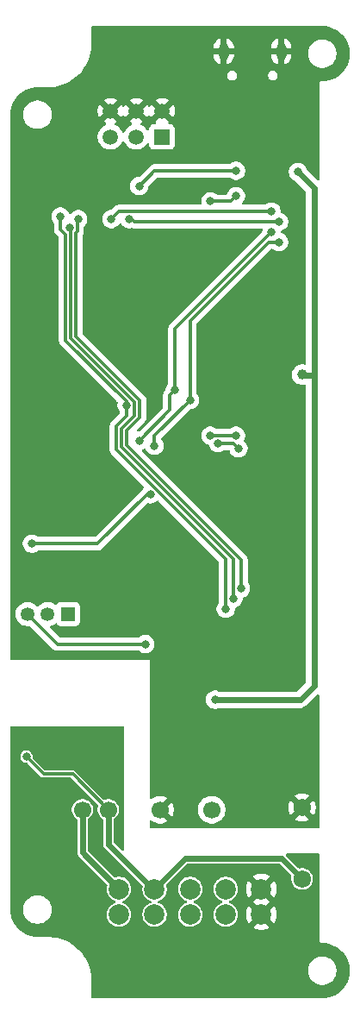
<source format=gbr>
%TF.GenerationSoftware,KiCad,Pcbnew,9.0.2*%
%TF.CreationDate,2025-06-09T09:54:49+03:00*%
%TF.ProjectId,PMMCU-ESP32C3,504d4d43-552d-4455-9350-333243332e6b,rev?*%
%TF.SameCoordinates,Original*%
%TF.FileFunction,Copper,L2,Bot*%
%TF.FilePolarity,Positive*%
%FSLAX46Y46*%
G04 Gerber Fmt 4.6, Leading zero omitted, Abs format (unit mm)*
G04 Created by KiCad (PCBNEW 9.0.2) date 2025-06-09 09:54:49*
%MOMM*%
%LPD*%
G01*
G04 APERTURE LIST*
%TA.AperFunction,ComponentPad*%
%ADD10R,1.500000X1.500000*%
%TD*%
%TA.AperFunction,ComponentPad*%
%ADD11C,1.500000*%
%TD*%
%TA.AperFunction,ComponentPad*%
%ADD12O,1.000000X1.700000*%
%TD*%
%TA.AperFunction,ComponentPad*%
%ADD13C,2.000000*%
%TD*%
%TA.AperFunction,ComponentPad*%
%ADD14C,1.725000*%
%TD*%
%TA.AperFunction,ComponentPad*%
%ADD15C,1.700000*%
%TD*%
%TA.AperFunction,ComponentPad*%
%ADD16R,1.350000X1.350000*%
%TD*%
%TA.AperFunction,ComponentPad*%
%ADD17C,1.350000*%
%TD*%
%TA.AperFunction,ViaPad*%
%ADD18C,0.800000*%
%TD*%
%TA.AperFunction,ViaPad*%
%ADD19C,1.000000*%
%TD*%
%TA.AperFunction,Conductor*%
%ADD20C,0.600000*%
%TD*%
%TA.AperFunction,Conductor*%
%ADD21C,0.300000*%
%TD*%
%TA.AperFunction,Conductor*%
%ADD22C,0.200000*%
%TD*%
G04 APERTURE END LIST*
D10*
%TO.P,SW4,1*%
%TO.N,Net-(RN3B-R2.1)*%
X15240000Y36830000D03*
D11*
%TO.P,SW4,2*%
%TO.N,Net-(RN3C-R3.1)*%
X12700000Y36830000D03*
%TO.P,SW4,3*%
%TO.N,Net-(RN3D-R4.1)*%
X10160000Y36830000D03*
%TO.P,SW4,4*%
%TO.N,GND_MCU*%
X10160000Y39370000D03*
%TO.P,SW4,5*%
X12700000Y39370000D03*
%TO.P,SW4,6*%
X15240000Y39370000D03*
%TD*%
D12*
%TO.P,J1,5,GND*%
%TO.N,GND_MCU*%
X26955029Y45202208D03*
X21305027Y45202208D03*
%TD*%
D13*
%TO.P,J6,1,Pin_1*%
%TO.N,+24V_BUS*%
X11000000Y-37000000D03*
%TO.P,J6,2,Pin_3*%
%TO.N,GND_BUS*%
X14500000Y-37000000D03*
%TO.P,J6,3,3*%
%TO.N,/A*%
X18000000Y-37000000D03*
%TO.P,J6,4,4*%
%TO.N,/B*%
X21500000Y-37000000D03*
%TO.P,J6,5,Pin_9*%
%TO.N,PE*%
X25000000Y-37000000D03*
%TO.P,J6,6,Pin_2*%
%TO.N,+24V_BUS*%
X11000000Y-39500000D03*
%TO.P,J6,7,Pin_4*%
%TO.N,GND_BUS*%
X14500000Y-39500000D03*
%TO.P,J6,8,Pin_6*%
%TO.N,/A*%
X18000000Y-39500000D03*
%TO.P,J6,9,Pin_8*%
%TO.N,/B*%
X21500000Y-39500000D03*
%TO.P,J6,10,Pin_10*%
%TO.N,PE*%
X25000000Y-39500000D03*
%TD*%
D14*
%TO.P,U4,1*%
%TO.N,GND_BUS*%
X29000000Y-36000000D03*
%TD*%
D15*
%TO.P,PS1,1,Vin*%
%TO.N,+24V_BUS*%
X7416800Y-29210000D03*
%TO.P,PS1,2,GND*%
%TO.N,GND_BUS*%
X9956800Y-29210000D03*
%TO.P,PS1,4,0V*%
%TO.N,GND_MCU*%
X15036800Y-29210000D03*
%TO.P,PS1,6,+V*%
%TO.N,+5V_MCU*%
X20116800Y-29210000D03*
%TD*%
D16*
%TO.P,J7,1,Pin_1*%
%TO.N,/UART_RTS*%
X6000000Y-10000000D03*
D17*
%TO.P,J7,2,Pin_2*%
%TO.N,/UART_RX*%
X4000000Y-10000000D03*
%TO.P,J7,3,Pin_3*%
%TO.N,/UART_TX*%
X2000000Y-10000000D03*
%TD*%
D14*
%TO.P,U3,1*%
%TO.N,GND_MCU*%
X29000000Y-29000000D03*
%TD*%
D18*
%TO.N,GND_MCU*%
X24496900Y37358200D03*
X5000000Y2500000D03*
X13590000Y20937600D03*
X24496900Y-2605000D03*
X800000Y-12800000D03*
X2540000Y-4812000D03*
X24496900Y22604900D03*
X24500300Y17074300D03*
X14690000Y16810300D03*
X15010000Y-24830000D03*
X2540000Y4812400D03*
X20088300Y10516500D03*
X9525000Y-11355000D03*
X20750000Y41242100D03*
X12490000Y16810200D03*
X24500300Y2927300D03*
X27250000Y41250000D03*
X13350000Y-10600000D03*
X24511900Y-17152000D03*
%TO.N,+3.3V_MCU*%
X28588000Y33388000D03*
X13000000Y32000000D03*
D19*
X29000000Y13499993D03*
D18*
X20447000Y-18415000D03*
X22520300Y33500000D03*
%TO.N,/MOSI_SDA*%
X22500000Y7500000D03*
X20000000Y7500002D03*
%TO.N,/CS0*%
X10250000Y28750000D03*
X26000000Y29500000D03*
%TO.N,/SCK_SCL*%
X22750000Y6250000D03*
X20750000Y6750000D03*
%TO.N,/MISO*%
X20000000Y30500000D03*
X22500000Y31000000D03*
%TO.N,/CS1*%
X26750000Y28500000D03*
X12000000Y28750000D03*
%TO.N,/UART_TX*%
X13589000Y-12954000D03*
%TO.N,/CS2*%
X16500000Y12000000D03*
X26000000Y27500000D03*
X13000000Y7000000D03*
%TO.N,/CS3*%
X14500000Y6500000D03*
X26750000Y26500000D03*
X18000000Y11000000D03*
%TO.N,GND_BUS*%
X1905000Y-24000000D03*
%TO.N,Net-(R5-Pad1)*%
X2439100Y-3098000D03*
X14100000Y1750000D03*
%TO.N,/LED1*%
X22250000Y-8500000D03*
X6154999Y27904999D03*
%TO.N,/LED2*%
X21500000Y-9500000D03*
X5250000Y29000000D03*
X11750000Y10500000D03*
%TO.N,/LED0*%
X7000000Y28750000D03*
X23000000Y-7500000D03*
%TD*%
D20*
%TO.N,+3.3V_MCU*%
X30200000Y13262000D02*
X30200000Y31776000D01*
D21*
X29037993Y13462000D02*
X29238000Y13462000D01*
D20*
X30000000Y13462000D02*
X30200000Y13262000D01*
X30200000Y-17044000D02*
X30200000Y13262000D01*
X20447000Y-18415000D02*
X28829000Y-18415000D01*
X30200000Y31776000D02*
X28588000Y33388000D01*
X29037993Y13462000D02*
X30000000Y13462000D01*
X28588000Y33388000D02*
X28575000Y33401000D01*
D21*
X22520300Y33500000D02*
X14500000Y33500000D01*
D20*
X28829000Y-18415000D02*
X30200000Y-17044000D01*
D21*
X14500000Y33500000D02*
X13000000Y32000000D01*
D20*
X29000000Y13499993D02*
X29037993Y13462000D01*
D21*
%TO.N,/MOSI_SDA*%
X20000000Y7500002D02*
X22499998Y7500002D01*
X22499998Y7500002D02*
X22500000Y7500000D01*
%TO.N,/CS0*%
X10250000Y28750000D02*
X11000000Y29500000D01*
X11000000Y29500000D02*
X26000000Y29500000D01*
%TO.N,/SCK_SCL*%
X22250000Y6750000D02*
X22750000Y6250000D01*
X20750000Y6750000D02*
X22250000Y6750000D01*
%TO.N,/MISO*%
X22000000Y30500000D02*
X22500000Y31000000D01*
X20000000Y30500000D02*
X22000000Y30500000D01*
%TO.N,/CS1*%
X12000000Y28750000D02*
X12251000Y28750000D01*
X12501000Y28500000D02*
X26750000Y28500000D01*
X12251000Y28750000D02*
X12501000Y28500000D01*
%TO.N,/UART_TX*%
X4954000Y-12954000D02*
X13589000Y-12954000D01*
X2000000Y-10000000D02*
X4954000Y-12954000D01*
%TO.N,/CS2*%
X16500000Y12000000D02*
X16500000Y18000000D01*
X16000000Y10000000D02*
X13000000Y7000000D01*
X16500000Y18000000D02*
X26000000Y27500000D01*
X16500000Y12000000D02*
X16000000Y11500000D01*
X16000000Y11500000D02*
X16000000Y10000000D01*
%TO.N,/CS3*%
X18000000Y18791480D02*
X18000000Y11000000D01*
X25708520Y26500000D02*
X18000000Y18791480D01*
X14500000Y7500000D02*
X14500000Y6500000D01*
X18000000Y11000000D02*
X14500000Y7500000D01*
X26750000Y26500000D02*
X25708520Y26500000D01*
D20*
%TO.N,GND_BUS*%
X26956000Y-33956000D02*
X17544000Y-33956000D01*
D21*
X3623000Y-25718000D02*
X6464800Y-25718000D01*
X6464800Y-25718000D02*
X9956800Y-29210000D01*
D22*
X14500000Y-37000000D02*
X14280900Y-37000000D01*
D21*
X1905000Y-24000000D02*
X3623000Y-25718000D01*
D20*
X17544000Y-33956000D02*
X14500000Y-37000000D01*
X14350736Y-37000000D02*
X9956800Y-32606064D01*
X9956800Y-32606064D02*
X9956800Y-29210000D01*
X14500000Y-37000000D02*
X14350736Y-37000000D01*
X29000000Y-36000000D02*
X26956000Y-33956000D01*
%TO.N,+24V_BUS*%
X7416800Y-33416800D02*
X7416800Y-29210000D01*
X11000000Y-37000000D02*
X7416800Y-33416800D01*
D21*
%TO.N,Net-(R5-Pad1)*%
X8902000Y-3098000D02*
X2439100Y-3098000D01*
X14100000Y1750000D02*
X13750000Y1750000D01*
X13750000Y1750000D02*
X8902000Y-3098000D01*
D22*
%TO.N,Net-(RN3D-R4.1)*%
X10270000Y36830000D02*
X10160000Y36830000D01*
D21*
%TO.N,/LED1*%
X12501000Y9459520D02*
X11249000Y8207520D01*
X6250000Y27809998D02*
X6250000Y17062075D01*
X11249000Y6371595D02*
X22250000Y-4629405D01*
X12501000Y10811075D02*
X12501000Y9459520D01*
X22250000Y-4629405D02*
X22250000Y-8500000D01*
X6154999Y27904999D02*
X6250000Y27809998D01*
X6250000Y17062075D02*
X12501000Y10811075D01*
X11249000Y8207520D02*
X11249000Y6371595D01*
%TO.N,/LED2*%
X11750000Y10853555D02*
X11750000Y10500000D01*
X10748000Y6164075D02*
X10748000Y8415041D01*
X21500000Y-9500000D02*
X21500000Y-4587925D01*
X5749000Y16854555D02*
X11750000Y10853555D01*
X5749000Y27248923D02*
X5749000Y16854555D01*
X11750000Y9417041D02*
X11750000Y10500000D01*
X5250000Y29000000D02*
X5250000Y27747923D01*
X5250000Y27747923D02*
X5749000Y27248923D01*
X10748000Y8415041D02*
X11750000Y9417041D01*
X21500000Y-4587925D02*
X10748000Y6164075D01*
%TO.N,/LED0*%
X7000000Y28750000D02*
X6905999Y28655999D01*
X6751000Y27438925D02*
X6751000Y17269595D01*
X6905999Y28655999D02*
X6905999Y27593924D01*
X13042480Y10978115D02*
X13042480Y9292480D01*
X23000000Y-4670885D02*
X23000000Y-7500000D01*
X13042480Y9292480D02*
X11750000Y8000000D01*
X6751000Y17269595D02*
X13042480Y10978115D01*
X11750000Y6579115D02*
X23000000Y-4670885D01*
X11750000Y8000000D02*
X11750000Y6579115D01*
X6905999Y27593924D02*
X6751000Y27438925D01*
%TD*%
%TA.AperFunction,Conductor*%
%TO.N,PE*%
G36*
X11443039Y-21019685D02*
G01*
X11488794Y-21072489D01*
X11500000Y-21124000D01*
X11500000Y-33142088D01*
X11480315Y-33209127D01*
X11427511Y-33254882D01*
X11358353Y-33264826D01*
X11294797Y-33235801D01*
X11288319Y-33229769D01*
X10493619Y-32435069D01*
X10460134Y-32373746D01*
X10457300Y-32347388D01*
X10457300Y-30205281D01*
X10476985Y-30138242D01*
X10512410Y-30102178D01*
X10626455Y-30025977D01*
X10772777Y-29879655D01*
X10887741Y-29707598D01*
X10966930Y-29516420D01*
X11007300Y-29313465D01*
X11007300Y-29106535D01*
X10966930Y-28903580D01*
X10887741Y-28712402D01*
X10772777Y-28540345D01*
X10772775Y-28540342D01*
X10626457Y-28394024D01*
X10519228Y-28322377D01*
X10454398Y-28279059D01*
X10263220Y-28199870D01*
X10263212Y-28199868D01*
X10060269Y-28159500D01*
X10060265Y-28159500D01*
X9853335Y-28159500D01*
X9853330Y-28159500D01*
X9650387Y-28199868D01*
X9650375Y-28199871D01*
X9579828Y-28229093D01*
X9510359Y-28236562D01*
X9447880Y-28205287D01*
X9444695Y-28202213D01*
X6680013Y-25437531D01*
X6680008Y-25437527D01*
X6600090Y-25391387D01*
X6600089Y-25391386D01*
X6600088Y-25391386D01*
X6510944Y-25367500D01*
X6510943Y-25367500D01*
X3819544Y-25367500D01*
X3752505Y-25347815D01*
X3731863Y-25331181D01*
X2541819Y-24141137D01*
X2508334Y-24079814D01*
X2505500Y-24053456D01*
X2505500Y-23920945D01*
X2505500Y-23920943D01*
X2464577Y-23768216D01*
X2464573Y-23768209D01*
X2385524Y-23631290D01*
X2385518Y-23631282D01*
X2273717Y-23519481D01*
X2273709Y-23519475D01*
X2136790Y-23440426D01*
X2136786Y-23440424D01*
X2136784Y-23440423D01*
X1984057Y-23399500D01*
X1825943Y-23399500D01*
X1673216Y-23440423D01*
X1673209Y-23440426D01*
X1536290Y-23519475D01*
X1536282Y-23519481D01*
X1424481Y-23631282D01*
X1424475Y-23631290D01*
X1345426Y-23768209D01*
X1345423Y-23768216D01*
X1304500Y-23920943D01*
X1304500Y-24079057D01*
X1321135Y-24141137D01*
X1345423Y-24231783D01*
X1345426Y-24231790D01*
X1424475Y-24368709D01*
X1424479Y-24368714D01*
X1424480Y-24368716D01*
X1536284Y-24480520D01*
X1536286Y-24480521D01*
X1536290Y-24480524D01*
X1673209Y-24559573D01*
X1673216Y-24559577D01*
X1825943Y-24600500D01*
X1825945Y-24600500D01*
X1958456Y-24600500D01*
X2025495Y-24620185D01*
X2046137Y-24636819D01*
X3407788Y-25998470D01*
X3487712Y-26044614D01*
X3576856Y-26068500D01*
X6268256Y-26068500D01*
X6335295Y-26088185D01*
X6355937Y-26104819D01*
X8949013Y-28697895D01*
X8982498Y-28759218D01*
X8977514Y-28828910D01*
X8975893Y-28833028D01*
X8946671Y-28903575D01*
X8946668Y-28903587D01*
X8906300Y-29106530D01*
X8906300Y-29313469D01*
X8946668Y-29516412D01*
X8946670Y-29516420D01*
X9025858Y-29707596D01*
X9140824Y-29879657D01*
X9287140Y-30025973D01*
X9287143Y-30025975D01*
X9287145Y-30025977D01*
X9342555Y-30063000D01*
X9401190Y-30102178D01*
X9445996Y-30155791D01*
X9456300Y-30205281D01*
X9456300Y-32671955D01*
X9490408Y-32799251D01*
X9523354Y-32856314D01*
X9556300Y-32913378D01*
X9556302Y-32913380D01*
X13288861Y-36645939D01*
X13322346Y-36707262D01*
X13323653Y-36753018D01*
X13299500Y-36905513D01*
X13299500Y-37094486D01*
X13329059Y-37281118D01*
X13387454Y-37460836D01*
X13468722Y-37620332D01*
X13473240Y-37629199D01*
X13584310Y-37782073D01*
X13717927Y-37915690D01*
X13870801Y-38026760D01*
X13950347Y-38067290D01*
X14039163Y-38112545D01*
X14039165Y-38112545D01*
X14039168Y-38112547D01*
X14099251Y-38132069D01*
X14156926Y-38171507D01*
X14184124Y-38235866D01*
X14172209Y-38304712D01*
X14124965Y-38356188D01*
X14099253Y-38367930D01*
X14080756Y-38373939D01*
X14039163Y-38387454D01*
X13870800Y-38473240D01*
X13783579Y-38536610D01*
X13717927Y-38584310D01*
X13717925Y-38584312D01*
X13717924Y-38584312D01*
X13584312Y-38717924D01*
X13584312Y-38717925D01*
X13584310Y-38717927D01*
X13547990Y-38767917D01*
X13473240Y-38870800D01*
X13387454Y-39039163D01*
X13329059Y-39218881D01*
X13299500Y-39405513D01*
X13299500Y-39594486D01*
X13329059Y-39781118D01*
X13387454Y-39960836D01*
X13446033Y-40075802D01*
X13473240Y-40129199D01*
X13584310Y-40282073D01*
X13717927Y-40415690D01*
X13870801Y-40526760D01*
X13950347Y-40567290D01*
X14039163Y-40612545D01*
X14039165Y-40612545D01*
X14039168Y-40612547D01*
X14135497Y-40643846D01*
X14218881Y-40670940D01*
X14405514Y-40700500D01*
X14405519Y-40700500D01*
X14594486Y-40700500D01*
X14781118Y-40670940D01*
X14960832Y-40612547D01*
X15129199Y-40526760D01*
X15282073Y-40415690D01*
X15415690Y-40282073D01*
X15526760Y-40129199D01*
X15612547Y-39960832D01*
X15670940Y-39781118D01*
X15682981Y-39705096D01*
X15700500Y-39594486D01*
X15700500Y-39405513D01*
X15670940Y-39218881D01*
X15612545Y-39039163D01*
X15567290Y-38950347D01*
X15526760Y-38870801D01*
X15415690Y-38717927D01*
X15282073Y-38584310D01*
X15129199Y-38473240D01*
X15107912Y-38462394D01*
X14960834Y-38387454D01*
X14960833Y-38387453D01*
X14960832Y-38387453D01*
X14900748Y-38367930D01*
X14843073Y-38328493D01*
X14815875Y-38264135D01*
X14827790Y-38195288D01*
X14875034Y-38143813D01*
X14900746Y-38132069D01*
X14960832Y-38112547D01*
X15129199Y-38026760D01*
X15282073Y-37915690D01*
X15415690Y-37782073D01*
X15526760Y-37629199D01*
X15612547Y-37460832D01*
X15670940Y-37281118D01*
X15700500Y-37094486D01*
X15700500Y-36905513D01*
X16799500Y-36905513D01*
X16799500Y-37094486D01*
X16829059Y-37281118D01*
X16887454Y-37460836D01*
X16968722Y-37620332D01*
X16973240Y-37629199D01*
X17084310Y-37782073D01*
X17217927Y-37915690D01*
X17370801Y-38026760D01*
X17450347Y-38067290D01*
X17539163Y-38112545D01*
X17539165Y-38112545D01*
X17539168Y-38112547D01*
X17599251Y-38132069D01*
X17656926Y-38171507D01*
X17684124Y-38235866D01*
X17672209Y-38304712D01*
X17624965Y-38356188D01*
X17599253Y-38367930D01*
X17580756Y-38373939D01*
X17539163Y-38387454D01*
X17370800Y-38473240D01*
X17283579Y-38536610D01*
X17217927Y-38584310D01*
X17217925Y-38584312D01*
X17217924Y-38584312D01*
X17084312Y-38717924D01*
X17084312Y-38717925D01*
X17084310Y-38717927D01*
X17047990Y-38767917D01*
X16973240Y-38870800D01*
X16887454Y-39039163D01*
X16829059Y-39218881D01*
X16799500Y-39405513D01*
X16799500Y-39594486D01*
X16829059Y-39781118D01*
X16887454Y-39960836D01*
X16946033Y-40075802D01*
X16973240Y-40129199D01*
X17084310Y-40282073D01*
X17217927Y-40415690D01*
X17370801Y-40526760D01*
X17450347Y-40567290D01*
X17539163Y-40612545D01*
X17539165Y-40612545D01*
X17539168Y-40612547D01*
X17635497Y-40643846D01*
X17718881Y-40670940D01*
X17905514Y-40700500D01*
X17905519Y-40700500D01*
X18094486Y-40700500D01*
X18281118Y-40670940D01*
X18460832Y-40612547D01*
X18629199Y-40526760D01*
X18782073Y-40415690D01*
X18915690Y-40282073D01*
X19026760Y-40129199D01*
X19112547Y-39960832D01*
X19170940Y-39781118D01*
X19182981Y-39705096D01*
X19200500Y-39594486D01*
X19200500Y-39405513D01*
X19170940Y-39218881D01*
X19112545Y-39039163D01*
X19067290Y-38950347D01*
X19026760Y-38870801D01*
X18915690Y-38717927D01*
X18782073Y-38584310D01*
X18629199Y-38473240D01*
X18607912Y-38462394D01*
X18460834Y-38387454D01*
X18460833Y-38387453D01*
X18460832Y-38387453D01*
X18400748Y-38367930D01*
X18343073Y-38328493D01*
X18315875Y-38264135D01*
X18327790Y-38195288D01*
X18375034Y-38143813D01*
X18400746Y-38132069D01*
X18460832Y-38112547D01*
X18629199Y-38026760D01*
X18782073Y-37915690D01*
X18915690Y-37782073D01*
X19026760Y-37629199D01*
X19112547Y-37460832D01*
X19170940Y-37281118D01*
X19200500Y-37094486D01*
X19200500Y-36905513D01*
X20299500Y-36905513D01*
X20299500Y-37094486D01*
X20329059Y-37281118D01*
X20387454Y-37460836D01*
X20468722Y-37620332D01*
X20473240Y-37629199D01*
X20584310Y-37782073D01*
X20717927Y-37915690D01*
X20870801Y-38026760D01*
X20950347Y-38067290D01*
X21039163Y-38112545D01*
X21039165Y-38112545D01*
X21039168Y-38112547D01*
X21099251Y-38132069D01*
X21156926Y-38171507D01*
X21184124Y-38235866D01*
X21172209Y-38304712D01*
X21124965Y-38356188D01*
X21099253Y-38367930D01*
X21080756Y-38373939D01*
X21039163Y-38387454D01*
X20870800Y-38473240D01*
X20783579Y-38536610D01*
X20717927Y-38584310D01*
X20717925Y-38584312D01*
X20717924Y-38584312D01*
X20584312Y-38717924D01*
X20584312Y-38717925D01*
X20584310Y-38717927D01*
X20547990Y-38767917D01*
X20473240Y-38870800D01*
X20387454Y-39039163D01*
X20329059Y-39218881D01*
X20299500Y-39405513D01*
X20299500Y-39594486D01*
X20329059Y-39781118D01*
X20387454Y-39960836D01*
X20446033Y-40075802D01*
X20473240Y-40129199D01*
X20584310Y-40282073D01*
X20717927Y-40415690D01*
X20870801Y-40526760D01*
X20950347Y-40567290D01*
X21039163Y-40612545D01*
X21039165Y-40612545D01*
X21039168Y-40612547D01*
X21135497Y-40643846D01*
X21218881Y-40670940D01*
X21405514Y-40700500D01*
X21405519Y-40700500D01*
X21594486Y-40700500D01*
X21781118Y-40670940D01*
X21960832Y-40612547D01*
X22129199Y-40526760D01*
X22282073Y-40415690D01*
X22415690Y-40282073D01*
X22526760Y-40129199D01*
X22612547Y-39960832D01*
X22670940Y-39781118D01*
X22682981Y-39705096D01*
X22700500Y-39594486D01*
X22700500Y-39405514D01*
X22699068Y-39396474D01*
X22699068Y-39396473D01*
X22670940Y-39218881D01*
X22612545Y-39039163D01*
X22567290Y-38950347D01*
X22526760Y-38870801D01*
X22415690Y-38717927D01*
X22282073Y-38584310D01*
X22129199Y-38473240D01*
X22107912Y-38462394D01*
X21960834Y-38387454D01*
X21960833Y-38387453D01*
X21960832Y-38387453D01*
X21900748Y-38367930D01*
X21878314Y-38352590D01*
X21854078Y-38340293D01*
X21849897Y-38333159D01*
X21843073Y-38328493D01*
X21832493Y-38303459D01*
X21818753Y-38280011D01*
X21819093Y-38271750D01*
X21815875Y-38264135D01*
X21820509Y-38237354D01*
X21821628Y-38210200D01*
X21826380Y-38203434D01*
X21827790Y-38195288D01*
X21846166Y-38175266D01*
X21861788Y-38153026D01*
X21871249Y-38147936D01*
X21875034Y-38143813D01*
X21892239Y-38135182D01*
X21896431Y-38133472D01*
X21960832Y-38112547D01*
X22129199Y-38026760D01*
X22282073Y-37915690D01*
X22415690Y-37782073D01*
X22526760Y-37629199D01*
X22612547Y-37460832D01*
X22670940Y-37281118D01*
X22700500Y-37094486D01*
X22700500Y-36905514D01*
X22699068Y-36896474D01*
X22699068Y-36896473D01*
X22696767Y-36881947D01*
X23500000Y-36881947D01*
X23500000Y-37118052D01*
X23536934Y-37351247D01*
X23609897Y-37575802D01*
X23717081Y-37786163D01*
X23717089Y-37786176D01*
X23747584Y-37828149D01*
X23747586Y-37828150D01*
X24339979Y-37235756D01*
X24379668Y-37331574D01*
X24456274Y-37446224D01*
X24553776Y-37543726D01*
X24668426Y-37620332D01*
X24764243Y-37660020D01*
X24174264Y-38250000D01*
X24764243Y-38839979D01*
X24668426Y-38879668D01*
X24553776Y-38956274D01*
X24456274Y-39053776D01*
X24379668Y-39168426D01*
X24339979Y-39264242D01*
X23747585Y-38671848D01*
X23747584Y-38671849D01*
X23717087Y-38713824D01*
X23609897Y-38924197D01*
X23536934Y-39148752D01*
X23500000Y-39381947D01*
X23500000Y-39618052D01*
X23536934Y-39851247D01*
X23609897Y-40075802D01*
X23717081Y-40286163D01*
X23717089Y-40286176D01*
X23747584Y-40328149D01*
X23747586Y-40328150D01*
X24339979Y-39735756D01*
X24379668Y-39831574D01*
X24456274Y-39946224D01*
X24553776Y-40043726D01*
X24668426Y-40120332D01*
X24764243Y-40160020D01*
X24171849Y-40752413D01*
X24213828Y-40782914D01*
X24424197Y-40890102D01*
X24648752Y-40963065D01*
X24648751Y-40963065D01*
X24881948Y-41000000D01*
X25118052Y-41000000D01*
X25351247Y-40963065D01*
X25575802Y-40890102D01*
X25786171Y-40782914D01*
X25828149Y-40752413D01*
X25235756Y-40160020D01*
X25331574Y-40120332D01*
X25446224Y-40043726D01*
X25543726Y-39946224D01*
X25620332Y-39831574D01*
X25660020Y-39735756D01*
X26252413Y-40328149D01*
X26282914Y-40286171D01*
X26390102Y-40075802D01*
X26463065Y-39851247D01*
X26500000Y-39618052D01*
X26500000Y-39381947D01*
X26463065Y-39148752D01*
X26390102Y-38924197D01*
X26282914Y-38713828D01*
X26252413Y-38671849D01*
X25660020Y-39264242D01*
X25620332Y-39168426D01*
X25543726Y-39053776D01*
X25446224Y-38956274D01*
X25331574Y-38879668D01*
X25235756Y-38839979D01*
X25825736Y-38250000D01*
X25235756Y-37660020D01*
X25331574Y-37620332D01*
X25446224Y-37543726D01*
X25543726Y-37446224D01*
X25620332Y-37331574D01*
X25660020Y-37235756D01*
X26252413Y-37828149D01*
X26282914Y-37786171D01*
X26390102Y-37575802D01*
X26463065Y-37351247D01*
X26500000Y-37118052D01*
X26500000Y-36881947D01*
X26463065Y-36648752D01*
X26390102Y-36424197D01*
X26282914Y-36213828D01*
X26252413Y-36171849D01*
X25660020Y-36764242D01*
X25620332Y-36668426D01*
X25543726Y-36553776D01*
X25446224Y-36456274D01*
X25331574Y-36379668D01*
X25235757Y-36339979D01*
X25828150Y-35747586D01*
X25828149Y-35747584D01*
X25786176Y-35717089D01*
X25786163Y-35717081D01*
X25575802Y-35609897D01*
X25351247Y-35536934D01*
X25351248Y-35536934D01*
X25118052Y-35500000D01*
X24881948Y-35500000D01*
X24648752Y-35536934D01*
X24424197Y-35609897D01*
X24213824Y-35717087D01*
X24171849Y-35747584D01*
X24171848Y-35747585D01*
X24764243Y-36339979D01*
X24668426Y-36379668D01*
X24553776Y-36456274D01*
X24456274Y-36553776D01*
X24379668Y-36668426D01*
X24339979Y-36764242D01*
X23747585Y-36171848D01*
X23747584Y-36171849D01*
X23717087Y-36213824D01*
X23609897Y-36424197D01*
X23536934Y-36648752D01*
X23500000Y-36881947D01*
X22696767Y-36881947D01*
X22670940Y-36718881D01*
X22627093Y-36583936D01*
X22612547Y-36539168D01*
X22612545Y-36539165D01*
X22612545Y-36539163D01*
X22567290Y-36450347D01*
X22526760Y-36370801D01*
X22415690Y-36217927D01*
X22282073Y-36084310D01*
X22129199Y-35973240D01*
X21995918Y-35905330D01*
X21960836Y-35887454D01*
X21781118Y-35829059D01*
X21594486Y-35799500D01*
X21594481Y-35799500D01*
X21405519Y-35799500D01*
X21405514Y-35799500D01*
X21218881Y-35829059D01*
X21039163Y-35887454D01*
X20870800Y-35973240D01*
X20783579Y-36036610D01*
X20717927Y-36084310D01*
X20717925Y-36084312D01*
X20717924Y-36084312D01*
X20584312Y-36217924D01*
X20584312Y-36217925D01*
X20584310Y-36217927D01*
X20536610Y-36283579D01*
X20473240Y-36370800D01*
X20387454Y-36539163D01*
X20329059Y-36718881D01*
X20299500Y-36905513D01*
X19200500Y-36905513D01*
X19170940Y-36718881D01*
X19127093Y-36583936D01*
X19112547Y-36539168D01*
X19112545Y-36539165D01*
X19112545Y-36539163D01*
X19067290Y-36450347D01*
X19026760Y-36370801D01*
X18915690Y-36217927D01*
X18782073Y-36084310D01*
X18629199Y-35973240D01*
X18460836Y-35887454D01*
X18281118Y-35829059D01*
X18094486Y-35799500D01*
X18094481Y-35799500D01*
X17905519Y-35799500D01*
X17905514Y-35799500D01*
X17718881Y-35829059D01*
X17539163Y-35887454D01*
X17370800Y-35973240D01*
X17283579Y-36036610D01*
X17217927Y-36084310D01*
X17217925Y-36084312D01*
X17217924Y-36084312D01*
X17084312Y-36217924D01*
X17084312Y-36217925D01*
X17084310Y-36217927D01*
X17036610Y-36283579D01*
X16973240Y-36370800D01*
X16887454Y-36539163D01*
X16829059Y-36718881D01*
X16799500Y-36905513D01*
X15700500Y-36905513D01*
X15683125Y-36795818D01*
X15670940Y-36718882D01*
X15649784Y-36653774D01*
X15647790Y-36583936D01*
X15680033Y-36527779D01*
X17714995Y-34492819D01*
X17776318Y-34459334D01*
X17802676Y-34456500D01*
X26697324Y-34456500D01*
X26764363Y-34476185D01*
X26785005Y-34492819D01*
X27931692Y-35639506D01*
X27965177Y-35700829D01*
X27965628Y-35751378D01*
X27937000Y-35895299D01*
X27937000Y-35895304D01*
X27937000Y-36104696D01*
X27937000Y-36104698D01*
X27936999Y-36104698D01*
X27977849Y-36310060D01*
X27977851Y-36310066D01*
X28057982Y-36503521D01*
X28174310Y-36677618D01*
X28174316Y-36677626D01*
X28322373Y-36825683D01*
X28322381Y-36825689D01*
X28496478Y-36942017D01*
X28553140Y-36965487D01*
X28689934Y-37022149D01*
X28689938Y-37022149D01*
X28689939Y-37022150D01*
X28895301Y-37063000D01*
X28895304Y-37063000D01*
X29104698Y-37063000D01*
X29242863Y-37035516D01*
X29310066Y-37022149D01*
X29503519Y-36942018D01*
X29503519Y-36942017D01*
X29503521Y-36942017D01*
X29593422Y-36881947D01*
X29677623Y-36825686D01*
X29825686Y-36677623D01*
X29918202Y-36539163D01*
X29942017Y-36503521D01*
X29942018Y-36503519D01*
X30022149Y-36310066D01*
X30041293Y-36213824D01*
X30063000Y-36104698D01*
X30063000Y-35895301D01*
X30022150Y-35689939D01*
X30022149Y-35689938D01*
X30022149Y-35689934D01*
X29942018Y-35496481D01*
X29942017Y-35496478D01*
X29825689Y-35322381D01*
X29825683Y-35322373D01*
X29677626Y-35174316D01*
X29677618Y-35174310D01*
X29503521Y-35057982D01*
X29310066Y-34977851D01*
X29310060Y-34977849D01*
X29104698Y-34937000D01*
X29104696Y-34937000D01*
X28895304Y-34937000D01*
X28895301Y-34937000D01*
X28751378Y-34965628D01*
X28681787Y-34959401D01*
X28639506Y-34931692D01*
X27419495Y-33711681D01*
X27386010Y-33650358D01*
X27390994Y-33580666D01*
X27432866Y-33524733D01*
X27498330Y-33500316D01*
X27507176Y-33500000D01*
X30575500Y-33500000D01*
X30642539Y-33519685D01*
X30688294Y-33572489D01*
X30699500Y-33624000D01*
X30699500Y-42047598D01*
X30701970Y-42055198D01*
X30711777Y-42085381D01*
X30719979Y-42115989D01*
X30723965Y-42122894D01*
X30727987Y-42135273D01*
X30727988Y-42135275D01*
X30728912Y-42138119D01*
X30728914Y-42138123D01*
X30728915Y-42138125D01*
X30747634Y-42163889D01*
X30759540Y-42184511D01*
X30770789Y-42195760D01*
X30776519Y-42203647D01*
X30776522Y-42203650D01*
X30784866Y-42215134D01*
X30784867Y-42215134D01*
X30784868Y-42215136D01*
X30796344Y-42223474D01*
X30796343Y-42223474D01*
X30804241Y-42229212D01*
X30815489Y-42240460D01*
X30836102Y-42252360D01*
X30841365Y-42256184D01*
X30861871Y-42271083D01*
X30861877Y-42271086D01*
X30864712Y-42272007D01*
X30864711Y-42272007D01*
X30877104Y-42276033D01*
X30884011Y-42280021D01*
X30914612Y-42288220D01*
X30917701Y-42289224D01*
X30917704Y-42289225D01*
X30952400Y-42300499D01*
X30952403Y-42300499D01*
X30952405Y-42300500D01*
X30996396Y-42300500D01*
X31003605Y-42300709D01*
X31306184Y-42318333D01*
X31320504Y-42320006D01*
X31615441Y-42372011D01*
X31629450Y-42375331D01*
X31817098Y-42431510D01*
X31916365Y-42461229D01*
X31929915Y-42466161D01*
X32014134Y-42502489D01*
X32204911Y-42584782D01*
X32217783Y-42591247D01*
X32470809Y-42737332D01*
X32477143Y-42740989D01*
X32489190Y-42748913D01*
X32729412Y-42927751D01*
X32740459Y-42937020D01*
X32958291Y-43142534D01*
X32968186Y-43153022D01*
X33160686Y-43382433D01*
X33169297Y-43394000D01*
X33333866Y-43644215D01*
X33341075Y-43656700D01*
X33408280Y-43790516D01*
X33475483Y-43924330D01*
X33481194Y-43937570D01*
X33583622Y-44218987D01*
X33587758Y-44232802D01*
X33656823Y-44524209D01*
X33659327Y-44538409D01*
X33694095Y-44835867D01*
X33694933Y-44850263D01*
X33694933Y-45149736D01*
X33694095Y-45164132D01*
X33659327Y-45461590D01*
X33656823Y-45475790D01*
X33587758Y-45767197D01*
X33583622Y-45781012D01*
X33481194Y-46062429D01*
X33475483Y-46075669D01*
X33341077Y-46343296D01*
X33333866Y-46355784D01*
X33169297Y-46605999D01*
X33160686Y-46617566D01*
X32968186Y-46846977D01*
X32958291Y-46857465D01*
X32740459Y-47062979D01*
X32729412Y-47072248D01*
X32489190Y-47251086D01*
X32477143Y-47259010D01*
X32217790Y-47408748D01*
X32204904Y-47415220D01*
X31929915Y-47533838D01*
X31916365Y-47538770D01*
X31629461Y-47624665D01*
X31615429Y-47627990D01*
X31320505Y-47679992D01*
X31306183Y-47681666D01*
X31003606Y-47699290D01*
X30996396Y-47699500D01*
X8424500Y-47699500D01*
X8357461Y-47679815D01*
X8311706Y-47627011D01*
X8300500Y-47575500D01*
X8300500Y-45801178D01*
X8298631Y-45781012D01*
X8263810Y-45405224D01*
X8190742Y-45014346D01*
X8155300Y-44889778D01*
X29599500Y-44889778D01*
X29599500Y-44921635D01*
X29599500Y-45110222D01*
X29606903Y-45156962D01*
X29633985Y-45327952D01*
X29702103Y-45537603D01*
X29702104Y-45537606D01*
X29743079Y-45618022D01*
X29787446Y-45705096D01*
X29802187Y-45734025D01*
X29931752Y-45912358D01*
X29931756Y-45912363D01*
X30087636Y-46068243D01*
X30087641Y-46068247D01*
X30097857Y-46075669D01*
X30265978Y-46197815D01*
X30394375Y-46263237D01*
X30462393Y-46297895D01*
X30462396Y-46297896D01*
X30567221Y-46331955D01*
X30672049Y-46366015D01*
X30889778Y-46400500D01*
X30889779Y-46400500D01*
X31110221Y-46400500D01*
X31110222Y-46400500D01*
X31327951Y-46366015D01*
X31537606Y-46297895D01*
X31734022Y-46197815D01*
X31912365Y-46068242D01*
X32068242Y-45912365D01*
X32197815Y-45734022D01*
X32297895Y-45537606D01*
X32366015Y-45327951D01*
X32400500Y-45110222D01*
X32400500Y-44889778D01*
X32366015Y-44672049D01*
X32317980Y-44524209D01*
X32297896Y-44462396D01*
X32297895Y-44462393D01*
X32263237Y-44394375D01*
X32197815Y-44265978D01*
X32153040Y-44204350D01*
X32068247Y-44087641D01*
X32068243Y-44087636D01*
X31912363Y-43931756D01*
X31912358Y-43931752D01*
X31734025Y-43802187D01*
X31734024Y-43802186D01*
X31734022Y-43802185D01*
X31671096Y-43770122D01*
X31537606Y-43702104D01*
X31537603Y-43702103D01*
X31327952Y-43633985D01*
X31219086Y-43616742D01*
X31110222Y-43599500D01*
X30889778Y-43599500D01*
X30817201Y-43610995D01*
X30672047Y-43633985D01*
X30462396Y-43702103D01*
X30462393Y-43702104D01*
X30265974Y-43802187D01*
X30087641Y-43931752D01*
X30087636Y-43931756D01*
X29931756Y-44087636D01*
X29931752Y-44087641D01*
X29802187Y-44265974D01*
X29702104Y-44462393D01*
X29702103Y-44462396D01*
X29633985Y-44672047D01*
X29633985Y-44672049D01*
X29599500Y-44889778D01*
X8155300Y-44889778D01*
X8081921Y-44631878D01*
X7938274Y-44261082D01*
X7761027Y-43905122D01*
X7551692Y-43567035D01*
X7312055Y-43249704D01*
X7312052Y-43249700D01*
X7044161Y-42955838D01*
X6750299Y-42687947D01*
X6750290Y-42687940D01*
X6456606Y-42466161D01*
X6432965Y-42448308D01*
X6094878Y-42238973D01*
X5738918Y-42061726D01*
X5368122Y-41918079D01*
X5368120Y-41918078D01*
X5368119Y-41918078D01*
X4985661Y-41809260D01*
X4985661Y-41809259D01*
X4594767Y-41736188D01*
X4275044Y-41706562D01*
X4198824Y-41699500D01*
X4198821Y-41699500D01*
X3003481Y-41699500D01*
X2996528Y-41699305D01*
X2704703Y-41682916D01*
X2690885Y-41681359D01*
X2406172Y-41632984D01*
X2392615Y-41629890D01*
X2115100Y-41549939D01*
X2101975Y-41545346D01*
X1835165Y-41434830D01*
X1822637Y-41428797D01*
X1569874Y-41289100D01*
X1558100Y-41281702D01*
X1322569Y-41114584D01*
X1311697Y-41105914D01*
X1096357Y-40913475D01*
X1086524Y-40903642D01*
X894085Y-40688302D01*
X885415Y-40677430D01*
X718297Y-40441899D01*
X710899Y-40430125D01*
X675466Y-40366014D01*
X571198Y-40177355D01*
X565172Y-40164841D01*
X454653Y-39898024D01*
X450060Y-39884899D01*
X370109Y-39607384D01*
X367015Y-39593827D01*
X335020Y-39405519D01*
X318638Y-39309103D01*
X317084Y-39295306D01*
X300695Y-39003472D01*
X300500Y-38996519D01*
X300500Y-38889778D01*
X1599500Y-38889778D01*
X1599500Y-39110221D01*
X1633985Y-39327952D01*
X1702103Y-39537603D01*
X1702104Y-39537606D01*
X1770122Y-39671096D01*
X1787446Y-39705096D01*
X1802187Y-39734025D01*
X1931752Y-39912358D01*
X1931756Y-39912363D01*
X2087636Y-40068243D01*
X2087641Y-40068247D01*
X2220583Y-40164834D01*
X2265978Y-40197815D01*
X2394375Y-40263237D01*
X2462393Y-40297895D01*
X2462396Y-40297896D01*
X2555508Y-40328149D01*
X2672049Y-40366015D01*
X2889778Y-40400500D01*
X2889779Y-40400500D01*
X3110221Y-40400500D01*
X3110222Y-40400500D01*
X3327951Y-40366015D01*
X3537606Y-40297895D01*
X3734022Y-40197815D01*
X3912365Y-40068242D01*
X4068242Y-39912365D01*
X4197815Y-39734022D01*
X4297895Y-39537606D01*
X4366015Y-39327951D01*
X4400500Y-39110222D01*
X4400500Y-38889778D01*
X4366015Y-38672049D01*
X4331955Y-38567221D01*
X4297896Y-38462396D01*
X4297895Y-38462393D01*
X4259710Y-38387453D01*
X4197815Y-38265978D01*
X4177019Y-38237354D01*
X4068247Y-38087641D01*
X4068243Y-38087636D01*
X3912363Y-37931756D01*
X3912358Y-37931752D01*
X3734025Y-37802187D01*
X3734024Y-37802186D01*
X3734022Y-37802185D01*
X3671096Y-37770122D01*
X3537606Y-37702104D01*
X3537603Y-37702103D01*
X3327952Y-37633985D01*
X3219086Y-37616742D01*
X3110222Y-37599500D01*
X2889778Y-37599500D01*
X2817201Y-37610995D01*
X2672047Y-37633985D01*
X2462396Y-37702103D01*
X2462393Y-37702104D01*
X2265974Y-37802187D01*
X2087641Y-37931752D01*
X2087636Y-37931756D01*
X1931756Y-38087636D01*
X1931752Y-38087641D01*
X1802187Y-38265974D01*
X1702104Y-38462393D01*
X1702103Y-38462396D01*
X1633985Y-38672047D01*
X1599500Y-38889778D01*
X300500Y-38889778D01*
X300500Y-29106530D01*
X6366300Y-29106530D01*
X6366300Y-29313469D01*
X6406668Y-29516412D01*
X6406670Y-29516420D01*
X6485858Y-29707596D01*
X6600824Y-29879657D01*
X6747140Y-30025973D01*
X6747143Y-30025975D01*
X6747145Y-30025977D01*
X6802555Y-30063000D01*
X6861190Y-30102178D01*
X6905996Y-30155791D01*
X6916300Y-30205281D01*
X6916300Y-33482691D01*
X6950408Y-33609987D01*
X6973717Y-33650358D01*
X7016300Y-33724114D01*
X7016302Y-33724116D01*
X9819963Y-36527777D01*
X9853448Y-36589100D01*
X9850213Y-36653775D01*
X9829060Y-36718878D01*
X9799500Y-36905513D01*
X9799500Y-37094486D01*
X9829059Y-37281118D01*
X9887454Y-37460836D01*
X9968722Y-37620332D01*
X9973240Y-37629199D01*
X10084310Y-37782073D01*
X10217927Y-37915690D01*
X10370801Y-38026760D01*
X10450347Y-38067290D01*
X10539163Y-38112545D01*
X10539165Y-38112545D01*
X10539168Y-38112547D01*
X10599251Y-38132069D01*
X10656926Y-38171507D01*
X10684124Y-38235866D01*
X10672209Y-38304712D01*
X10624965Y-38356188D01*
X10599253Y-38367930D01*
X10580756Y-38373939D01*
X10539163Y-38387454D01*
X10370800Y-38473240D01*
X10283579Y-38536610D01*
X10217927Y-38584310D01*
X10217925Y-38584312D01*
X10217924Y-38584312D01*
X10084312Y-38717924D01*
X10084312Y-38717925D01*
X10084310Y-38717927D01*
X10047990Y-38767917D01*
X9973240Y-38870800D01*
X9887454Y-39039163D01*
X9829059Y-39218881D01*
X9799500Y-39405513D01*
X9799500Y-39594486D01*
X9829059Y-39781118D01*
X9887454Y-39960836D01*
X9946033Y-40075802D01*
X9973240Y-40129199D01*
X10084310Y-40282073D01*
X10217927Y-40415690D01*
X10370801Y-40526760D01*
X10450347Y-40567290D01*
X10539163Y-40612545D01*
X10539165Y-40612545D01*
X10539168Y-40612547D01*
X10635497Y-40643846D01*
X10718881Y-40670940D01*
X10905514Y-40700500D01*
X10905519Y-40700500D01*
X11094486Y-40700500D01*
X11281118Y-40670940D01*
X11460832Y-40612547D01*
X11629199Y-40526760D01*
X11782073Y-40415690D01*
X11915690Y-40282073D01*
X12026760Y-40129199D01*
X12112547Y-39960832D01*
X12170940Y-39781118D01*
X12182981Y-39705096D01*
X12200500Y-39594486D01*
X12200500Y-39405513D01*
X12170940Y-39218881D01*
X12112545Y-39039163D01*
X12067290Y-38950347D01*
X12026760Y-38870801D01*
X11915690Y-38717927D01*
X11782073Y-38584310D01*
X11629199Y-38473240D01*
X11607912Y-38462394D01*
X11460834Y-38387454D01*
X11460833Y-38387453D01*
X11460832Y-38387453D01*
X11400748Y-38367930D01*
X11343073Y-38328493D01*
X11315875Y-38264135D01*
X11327790Y-38195288D01*
X11375034Y-38143813D01*
X11400746Y-38132069D01*
X11460832Y-38112547D01*
X11629199Y-38026760D01*
X11782073Y-37915690D01*
X11915690Y-37782073D01*
X12026760Y-37629199D01*
X12112547Y-37460832D01*
X12170940Y-37281118D01*
X12200500Y-37094486D01*
X12200500Y-36905513D01*
X12170940Y-36718881D01*
X12127093Y-36583936D01*
X12112547Y-36539168D01*
X12112545Y-36539165D01*
X12112545Y-36539163D01*
X12067290Y-36450347D01*
X12026760Y-36370801D01*
X11915690Y-36217927D01*
X11782073Y-36084310D01*
X11629199Y-35973240D01*
X11460836Y-35887454D01*
X11281118Y-35829059D01*
X11094486Y-35799500D01*
X11094481Y-35799500D01*
X10905519Y-35799500D01*
X10905514Y-35799500D01*
X10718878Y-35829060D01*
X10653775Y-35850213D01*
X10583934Y-35852208D01*
X10527777Y-35819963D01*
X7953619Y-33245805D01*
X7920134Y-33184482D01*
X7917300Y-33158124D01*
X7917300Y-30205281D01*
X7936985Y-30138242D01*
X7972410Y-30102178D01*
X8086455Y-30025977D01*
X8232777Y-29879655D01*
X8347741Y-29707598D01*
X8426930Y-29516420D01*
X8467300Y-29313465D01*
X8467300Y-29106535D01*
X8426930Y-28903580D01*
X8347741Y-28712402D01*
X8232777Y-28540345D01*
X8232775Y-28540342D01*
X8086457Y-28394024D01*
X7979228Y-28322377D01*
X7914398Y-28279059D01*
X7723220Y-28199870D01*
X7723212Y-28199868D01*
X7520269Y-28159500D01*
X7520265Y-28159500D01*
X7313335Y-28159500D01*
X7313330Y-28159500D01*
X7110387Y-28199868D01*
X7110379Y-28199870D01*
X6919203Y-28279058D01*
X6747142Y-28394024D01*
X6600824Y-28540342D01*
X6485858Y-28712403D01*
X6406670Y-28903579D01*
X6406668Y-28903587D01*
X6366300Y-29106530D01*
X300500Y-29106530D01*
X300500Y-21124000D01*
X320185Y-21056961D01*
X372989Y-21011206D01*
X424500Y-21000000D01*
X11376000Y-21000000D01*
X11443039Y-21019685D01*
G37*
%TD.AperFunction*%
%TD*%
%TA.AperFunction,Conductor*%
%TO.N,GND_MCU*%
G36*
X12234075Y39177007D02*
G01*
X12299901Y39062993D01*
X12392993Y38969901D01*
X12507007Y38904075D01*
X12626358Y38872095D01*
X12051687Y38297424D01*
X12221764Y38210766D01*
X12272560Y38162792D01*
X12289355Y38094971D01*
X12266818Y38028836D01*
X12221764Y37989796D01*
X12044594Y37899524D01*
X11953741Y37833515D01*
X11885354Y37783828D01*
X11885352Y37783826D01*
X11885351Y37783826D01*
X11746174Y37644649D01*
X11746174Y37644648D01*
X11746172Y37644646D01*
X11696485Y37576259D01*
X11630476Y37485406D01*
X11540485Y37308787D01*
X11492511Y37257991D01*
X11424690Y37241196D01*
X11358555Y37263733D01*
X11319515Y37308787D01*
X11251879Y37441530D01*
X11229524Y37485405D01*
X11113828Y37644646D01*
X10974646Y37783828D01*
X10815405Y37899524D01*
X10640025Y37988884D01*
X10640024Y37988885D01*
X10638235Y37989796D01*
X10587439Y38037770D01*
X10570644Y38105591D01*
X10593181Y38171726D01*
X10638235Y38210766D01*
X10808311Y38297425D01*
X10233642Y38872095D01*
X10352993Y38904075D01*
X10467007Y38969901D01*
X10560099Y39062993D01*
X10625925Y39177007D01*
X10657905Y39296359D01*
X11232575Y38721689D01*
X11319515Y38892317D01*
X11367489Y38943113D01*
X11435310Y38959908D01*
X11501445Y38937371D01*
X11540485Y38892316D01*
X11627422Y38721688D01*
X12202094Y39296359D01*
X12234075Y39177007D01*
G37*
%TD.AperFunction*%
%TA.AperFunction,Conductor*%
G36*
X14774075Y39177007D02*
G01*
X14839901Y39062993D01*
X14932993Y38969901D01*
X15047007Y38904075D01*
X15166358Y38872095D01*
X14591686Y38297424D01*
X14594478Y38279800D01*
X14608017Y38267014D01*
X14624814Y38199194D01*
X14602279Y38133058D01*
X14547566Y38089605D01*
X14500930Y38080500D01*
X14442130Y38080500D01*
X14442123Y38080499D01*
X14382516Y38074092D01*
X14247671Y38023798D01*
X14247664Y38023794D01*
X14132455Y37937548D01*
X14132452Y37937545D01*
X14046206Y37822336D01*
X14046202Y37822329D01*
X13995908Y37687483D01*
X13991303Y37644646D01*
X13989501Y37627877D01*
X13989500Y37627865D01*
X13989500Y37564268D01*
X13969815Y37497229D01*
X13917011Y37451474D01*
X13847853Y37441530D01*
X13784297Y37470555D01*
X13765182Y37491382D01*
X13708413Y37569517D01*
X13653828Y37644646D01*
X13514646Y37783828D01*
X13355405Y37899524D01*
X13180025Y37988884D01*
X13180024Y37988885D01*
X13178235Y37989796D01*
X13127439Y38037770D01*
X13110644Y38105591D01*
X13133181Y38171726D01*
X13178235Y38210766D01*
X13348311Y38297425D01*
X12773642Y38872095D01*
X12892993Y38904075D01*
X13007007Y38969901D01*
X13100099Y39062993D01*
X13165925Y39177007D01*
X13197905Y39296359D01*
X13772575Y38721689D01*
X13859515Y38892317D01*
X13907489Y38943113D01*
X13975310Y38959908D01*
X14041445Y38937371D01*
X14080485Y38892316D01*
X14167422Y38721688D01*
X14167423Y38721688D01*
X14742094Y39296359D01*
X14774075Y39177007D01*
G37*
%TD.AperFunction*%
%TA.AperFunction,Conductor*%
G36*
X31003605Y47699291D02*
G01*
X31306184Y47681667D01*
X31320504Y47679994D01*
X31615441Y47627989D01*
X31629450Y47624669D01*
X31817098Y47568490D01*
X31916365Y47538771D01*
X31929915Y47533839D01*
X32014134Y47497511D01*
X32204911Y47415218D01*
X32217783Y47408753D01*
X32477143Y47259011D01*
X32489190Y47251087D01*
X32729412Y47072249D01*
X32740459Y47062980D01*
X32958291Y46857466D01*
X32968186Y46846978D01*
X33160686Y46617567D01*
X33169297Y46606000D01*
X33333866Y46355785D01*
X33341075Y46343300D01*
X33408280Y46209484D01*
X33475483Y46075670D01*
X33481194Y46062430D01*
X33583622Y45781013D01*
X33587758Y45767198D01*
X33656823Y45475791D01*
X33659327Y45461591D01*
X33694095Y45164133D01*
X33694933Y45149737D01*
X33694933Y44850264D01*
X33694095Y44835868D01*
X33659327Y44538410D01*
X33656823Y44524210D01*
X33587758Y44232803D01*
X33583622Y44218988D01*
X33481194Y43937571D01*
X33475483Y43924331D01*
X33341077Y43656704D01*
X33333866Y43644216D01*
X33169297Y43394001D01*
X33160686Y43382434D01*
X32968186Y43153023D01*
X32958291Y43142535D01*
X32740459Y42937021D01*
X32729412Y42927752D01*
X32489190Y42748914D01*
X32477143Y42740990D01*
X32217790Y42591252D01*
X32204904Y42584780D01*
X31929915Y42466162D01*
X31916365Y42461230D01*
X31629461Y42375335D01*
X31615429Y42372010D01*
X31320505Y42320008D01*
X31306183Y42318334D01*
X31009118Y42301032D01*
X31009107Y42301031D01*
X31000000Y42300500D01*
X30952405Y42300500D01*
X30914618Y42288223D01*
X30904613Y42285542D01*
X30904607Y42285541D01*
X30884007Y42280021D01*
X30876510Y42276915D01*
X30876390Y42277204D01*
X30864727Y42272013D01*
X30861880Y42271088D01*
X30861873Y42271085D01*
X30841364Y42256184D01*
X30836105Y42252364D01*
X30815489Y42240460D01*
X30804238Y42229211D01*
X30796347Y42223477D01*
X30796346Y42223476D01*
X30784866Y42215134D01*
X30770791Y42195763D01*
X30759540Y42184511D01*
X30747641Y42163903D01*
X30743816Y42158638D01*
X30743816Y42158636D01*
X30728915Y42138127D01*
X30728912Y42138120D01*
X30727991Y42135289D01*
X30727992Y42135288D01*
X30723966Y42122897D01*
X30719979Y42115989D01*
X30711781Y42085398D01*
X30710775Y42082301D01*
X30699501Y42047601D01*
X30699500Y42047592D01*
X30699500Y32707940D01*
X30679815Y32640901D01*
X30627011Y32595146D01*
X30557853Y32585202D01*
X30494297Y32614227D01*
X30487819Y32620259D01*
X29468847Y33639231D01*
X29441967Y33679460D01*
X29407502Y33762666D01*
X29386013Y33814547D01*
X29386011Y33814549D01*
X29386011Y33814551D01*
X29287464Y33962035D01*
X29287461Y33962039D01*
X29162038Y34087462D01*
X29162034Y34087465D01*
X29014553Y34186010D01*
X29014540Y34186017D01*
X28850667Y34253894D01*
X28850658Y34253897D01*
X28676694Y34288500D01*
X28676691Y34288500D01*
X28499309Y34288500D01*
X28499306Y34288500D01*
X28325341Y34253897D01*
X28325332Y34253894D01*
X28161459Y34186017D01*
X28161446Y34186010D01*
X28013965Y34087465D01*
X28013961Y34087462D01*
X27888538Y33962039D01*
X27888535Y33962035D01*
X27789990Y33814554D01*
X27789983Y33814541D01*
X27722106Y33650668D01*
X27722103Y33650659D01*
X27687500Y33476696D01*
X27687500Y33299305D01*
X27722103Y33125342D01*
X27722106Y33125333D01*
X27789983Y32961460D01*
X27789990Y32961447D01*
X27888535Y32813966D01*
X27888538Y32813962D01*
X28013961Y32688539D01*
X28013965Y32688536D01*
X28161449Y32589989D01*
X28161451Y32589989D01*
X28161453Y32589987D01*
X28296540Y32534033D01*
X28336769Y32507153D01*
X29363181Y31480741D01*
X29396666Y31419418D01*
X29399500Y31393060D01*
X29399500Y14591723D01*
X29379815Y14524684D01*
X29327011Y14478929D01*
X29257853Y14468985D01*
X29251309Y14470106D01*
X29098544Y14500493D01*
X29098541Y14500493D01*
X28901459Y14500493D01*
X28901457Y14500493D01*
X28708170Y14462046D01*
X28708160Y14462043D01*
X28526092Y14386629D01*
X28526079Y14386622D01*
X28362218Y14277133D01*
X28362214Y14277130D01*
X28222863Y14137779D01*
X28222860Y14137775D01*
X28113371Y13973914D01*
X28113364Y13973901D01*
X28037950Y13791833D01*
X28037947Y13791823D01*
X27999500Y13598537D01*
X27999500Y13598534D01*
X27999500Y13401452D01*
X27999500Y13401450D01*
X27999499Y13401450D01*
X28037947Y13208164D01*
X28037950Y13208154D01*
X28113364Y13026086D01*
X28113371Y13026073D01*
X28222860Y12862212D01*
X28222863Y12862208D01*
X28362214Y12722857D01*
X28362218Y12722854D01*
X28526079Y12613365D01*
X28526092Y12613358D01*
X28708160Y12537944D01*
X28708165Y12537942D01*
X28708169Y12537942D01*
X28708170Y12537941D01*
X28901456Y12499493D01*
X28901459Y12499493D01*
X29098543Y12499493D01*
X29173564Y12514417D01*
X29251309Y12529881D01*
X29320900Y12523654D01*
X29376077Y12480792D01*
X29399322Y12414902D01*
X29399500Y12408264D01*
X29399500Y-16661060D01*
X29379815Y-16728099D01*
X29363181Y-16748741D01*
X28533741Y-17578181D01*
X28472418Y-17611666D01*
X28446060Y-17614500D01*
X20892207Y-17614500D01*
X20844755Y-17605061D01*
X20709667Y-17549106D01*
X20709658Y-17549103D01*
X20535694Y-17514500D01*
X20535691Y-17514500D01*
X20358309Y-17514500D01*
X20358306Y-17514500D01*
X20184341Y-17549103D01*
X20184332Y-17549106D01*
X20020459Y-17616983D01*
X20020446Y-17616990D01*
X19872965Y-17715535D01*
X19872961Y-17715538D01*
X19747538Y-17840961D01*
X19747535Y-17840965D01*
X19648990Y-17988446D01*
X19648983Y-17988459D01*
X19581106Y-18152332D01*
X19581103Y-18152341D01*
X19546500Y-18326304D01*
X19546500Y-18503695D01*
X19581103Y-18677658D01*
X19581106Y-18677667D01*
X19648983Y-18841540D01*
X19648990Y-18841553D01*
X19747535Y-18989034D01*
X19747538Y-18989038D01*
X19872961Y-19114461D01*
X19872965Y-19114464D01*
X20020446Y-19213009D01*
X20020459Y-19213016D01*
X20143363Y-19263923D01*
X20184334Y-19280894D01*
X20184336Y-19280894D01*
X20184341Y-19280896D01*
X20358304Y-19315499D01*
X20358307Y-19315500D01*
X20358309Y-19315500D01*
X20535693Y-19315500D01*
X20535694Y-19315499D01*
X20593682Y-19303964D01*
X20709658Y-19280896D01*
X20709661Y-19280894D01*
X20709666Y-19280894D01*
X20844755Y-19224939D01*
X20892207Y-19215500D01*
X28907844Y-19215500D01*
X28907845Y-19215499D01*
X29062497Y-19184737D01*
X29208179Y-19124394D01*
X29339289Y-19036789D01*
X30487819Y-17888259D01*
X30549142Y-17854774D01*
X30618834Y-17859758D01*
X30674767Y-17901630D01*
X30699184Y-17967094D01*
X30699500Y-17975940D01*
X30699500Y-30876000D01*
X30679815Y-30943039D01*
X30627011Y-30988794D01*
X30575500Y-31000000D01*
X14124000Y-31000000D01*
X14056961Y-30980315D01*
X14011206Y-30927511D01*
X14000000Y-30876000D01*
X14000000Y-30368776D01*
X14019685Y-30301737D01*
X14072489Y-30255982D01*
X14141647Y-30246038D01*
X14196885Y-30268458D01*
X14329242Y-30364620D01*
X14518582Y-30461095D01*
X14720670Y-30526757D01*
X14930554Y-30560000D01*
X15143046Y-30560000D01*
X15352927Y-30526757D01*
X15352930Y-30526757D01*
X15555017Y-30461095D01*
X15744356Y-30364620D01*
X15744363Y-30364617D01*
X15757561Y-30355026D01*
X15757562Y-30355025D01*
X15110442Y-29707905D01*
X15229793Y-29675925D01*
X15343807Y-29610099D01*
X15436899Y-29517007D01*
X15502725Y-29402993D01*
X15534705Y-29283641D01*
X16181825Y-29930762D01*
X16181826Y-29930761D01*
X16191417Y-29917563D01*
X16191420Y-29917556D01*
X16287895Y-29728217D01*
X16353557Y-29526130D01*
X16353557Y-29526127D01*
X16386800Y-29316246D01*
X16386800Y-29103753D01*
X16386794Y-29103713D01*
X18766300Y-29103713D01*
X18766300Y-29316287D01*
X18769177Y-29334449D01*
X18799535Y-29526127D01*
X18799554Y-29526243D01*
X18860595Y-29714108D01*
X18865244Y-29728414D01*
X18961751Y-29917820D01*
X19086690Y-30089786D01*
X19237013Y-30240109D01*
X19408979Y-30365048D01*
X19408981Y-30365049D01*
X19408984Y-30365051D01*
X19598388Y-30461557D01*
X19800557Y-30527246D01*
X20010513Y-30560500D01*
X20010514Y-30560500D01*
X20223086Y-30560500D01*
X20223087Y-30560500D01*
X20433043Y-30527246D01*
X20635212Y-30461557D01*
X20824616Y-30365051D01*
X20957566Y-30268458D01*
X20996586Y-30240109D01*
X20996588Y-30240106D01*
X20996592Y-30240104D01*
X21146904Y-30089792D01*
X21271851Y-29917816D01*
X21368357Y-29728412D01*
X21434046Y-29526243D01*
X21467300Y-29316287D01*
X21467300Y-29103713D01*
X21434046Y-28893757D01*
X21433723Y-28892763D01*
X27637500Y-28892763D01*
X27637500Y-29107236D01*
X27671048Y-29319049D01*
X27737323Y-29523020D01*
X27834686Y-29714106D01*
X27846024Y-29729710D01*
X27846025Y-29729711D01*
X28440856Y-29134879D01*
X28464185Y-29221942D01*
X28539885Y-29353058D01*
X28646942Y-29460115D01*
X28778058Y-29535815D01*
X28865120Y-29559143D01*
X28270287Y-30153975D01*
X28285887Y-30165310D01*
X28285891Y-30165312D01*
X28476979Y-30262676D01*
X28680950Y-30328951D01*
X28892764Y-30362500D01*
X29107236Y-30362500D01*
X29319049Y-30328951D01*
X29523020Y-30262676D01*
X29714108Y-30165312D01*
X29729710Y-30153974D01*
X29134879Y-29559143D01*
X29221942Y-29535815D01*
X29353058Y-29460115D01*
X29460115Y-29353058D01*
X29535815Y-29221942D01*
X29559143Y-29134879D01*
X30153974Y-29729711D01*
X30165312Y-29714108D01*
X30262676Y-29523020D01*
X30328951Y-29319049D01*
X30362500Y-29107236D01*
X30362500Y-28892763D01*
X30328951Y-28680950D01*
X30262676Y-28476979D01*
X30165312Y-28285891D01*
X30165310Y-28285887D01*
X30153975Y-28270288D01*
X30153975Y-28270287D01*
X29559142Y-28865119D01*
X29535815Y-28778058D01*
X29460115Y-28646942D01*
X29353058Y-28539885D01*
X29221942Y-28464185D01*
X29134879Y-28440857D01*
X29729711Y-27846025D01*
X29729710Y-27846024D01*
X29714106Y-27834686D01*
X29523020Y-27737323D01*
X29319049Y-27671048D01*
X29107236Y-27637500D01*
X28892764Y-27637500D01*
X28680950Y-27671048D01*
X28476979Y-27737323D01*
X28285890Y-27834688D01*
X28270288Y-27846023D01*
X28270288Y-27846024D01*
X28865120Y-28440856D01*
X28778058Y-28464185D01*
X28646942Y-28539885D01*
X28539885Y-28646942D01*
X28464185Y-28778058D01*
X28440856Y-28865120D01*
X27846024Y-28270288D01*
X27846023Y-28270288D01*
X27834688Y-28285890D01*
X27737323Y-28476979D01*
X27671048Y-28680950D01*
X27637500Y-28892763D01*
X21433723Y-28892763D01*
X21368357Y-28691588D01*
X21271851Y-28502184D01*
X21271849Y-28502181D01*
X21271848Y-28502179D01*
X21146909Y-28330213D01*
X20996586Y-28179890D01*
X20824620Y-28054951D01*
X20724167Y-28003768D01*
X20635214Y-27958444D01*
X20635213Y-27958443D01*
X20635212Y-27958443D01*
X20433043Y-27892754D01*
X20433041Y-27892753D01*
X20433040Y-27892753D01*
X20271757Y-27867208D01*
X20223087Y-27859500D01*
X20010513Y-27859500D01*
X19961842Y-27867208D01*
X19800560Y-27892753D01*
X19598385Y-27958444D01*
X19408979Y-28054951D01*
X19237013Y-28179890D01*
X19086690Y-28330213D01*
X18961751Y-28502179D01*
X18865244Y-28691585D01*
X18799553Y-28893760D01*
X18780033Y-29017007D01*
X18766300Y-29103713D01*
X16386794Y-29103713D01*
X16353557Y-28893872D01*
X16353557Y-28893869D01*
X16287895Y-28691782D01*
X16191426Y-28502453D01*
X16191418Y-28502440D01*
X16181825Y-28489237D01*
X16181825Y-28489236D01*
X15534705Y-29136357D01*
X15502725Y-29017007D01*
X15436899Y-28902993D01*
X15343807Y-28809901D01*
X15229793Y-28744075D01*
X15110440Y-28712093D01*
X15757561Y-28064973D01*
X15744350Y-28055375D01*
X15555017Y-27958904D01*
X15352929Y-27893242D01*
X15143046Y-27860000D01*
X14930554Y-27860000D01*
X14720672Y-27893242D01*
X14720669Y-27893242D01*
X14518582Y-27958904D01*
X14329246Y-28055376D01*
X14196885Y-28151542D01*
X14131078Y-28175021D01*
X14063024Y-28159195D01*
X14014330Y-28109089D01*
X14000000Y-28051223D01*
X14000000Y-14500000D01*
X424500Y-14500000D01*
X357461Y-14480315D01*
X311706Y-14427511D01*
X300500Y-14376000D01*
X300500Y-9907486D01*
X824500Y-9907486D01*
X824500Y-10092513D01*
X853445Y-10275265D01*
X910619Y-10451232D01*
X910620Y-10451235D01*
X994622Y-10616096D01*
X1103379Y-10765787D01*
X1234213Y-10896621D01*
X1383904Y-11005378D01*
X1437224Y-11032546D01*
X1548764Y-11089379D01*
X1548767Y-11089380D01*
X1636750Y-11117967D01*
X1724736Y-11146555D01*
X1907486Y-11175500D01*
X1907487Y-11175500D01*
X2092513Y-11175500D01*
X2092514Y-11175500D01*
X2170858Y-11163091D01*
X2240151Y-11172045D01*
X2277937Y-11197883D01*
X4539325Y-13459272D01*
X4539332Y-13459278D01*
X4597451Y-13498111D01*
X4597453Y-13498112D01*
X4597456Y-13498114D01*
X4645873Y-13530465D01*
X4764256Y-13579501D01*
X4764260Y-13579501D01*
X4764261Y-13579502D01*
X4889928Y-13604500D01*
X4889931Y-13604500D01*
X12914638Y-13604500D01*
X12981677Y-13624185D01*
X13002319Y-13640819D01*
X13014961Y-13653461D01*
X13014965Y-13653464D01*
X13162446Y-13752009D01*
X13162459Y-13752016D01*
X13285363Y-13802923D01*
X13326334Y-13819894D01*
X13326336Y-13819894D01*
X13326341Y-13819896D01*
X13500304Y-13854499D01*
X13500307Y-13854500D01*
X13500309Y-13854500D01*
X13677693Y-13854500D01*
X13677694Y-13854499D01*
X13735682Y-13842964D01*
X13851658Y-13819896D01*
X13851661Y-13819894D01*
X13851666Y-13819894D01*
X14015547Y-13752013D01*
X14163035Y-13653464D01*
X14288464Y-13528035D01*
X14387013Y-13380547D01*
X14454894Y-13216666D01*
X14489500Y-13042691D01*
X14489500Y-12865309D01*
X14489500Y-12865306D01*
X14489499Y-12865304D01*
X14454896Y-12691341D01*
X14454893Y-12691332D01*
X14387016Y-12527459D01*
X14387009Y-12527446D01*
X14288464Y-12379965D01*
X14288461Y-12379961D01*
X14163038Y-12254538D01*
X14163034Y-12254535D01*
X14015553Y-12155990D01*
X14015540Y-12155983D01*
X13851667Y-12088106D01*
X13851658Y-12088103D01*
X13677694Y-12053500D01*
X13677691Y-12053500D01*
X13500309Y-12053500D01*
X13500306Y-12053500D01*
X13326341Y-12088103D01*
X13326332Y-12088106D01*
X13162459Y-12155983D01*
X13162446Y-12155990D01*
X13014965Y-12254535D01*
X13014961Y-12254538D01*
X13002319Y-12267181D01*
X12940996Y-12300666D01*
X12914638Y-12303500D01*
X5274808Y-12303500D01*
X5207769Y-12283815D01*
X5187127Y-12267181D01*
X4260780Y-11340834D01*
X4227295Y-11279511D01*
X4232279Y-11209819D01*
X4274151Y-11153886D01*
X4310144Y-11135222D01*
X4451229Y-11089381D01*
X4451235Y-11089379D01*
X4616096Y-11005378D01*
X4731608Y-10921453D01*
X4797412Y-10897974D01*
X4865466Y-10913799D01*
X4903758Y-10947460D01*
X4967455Y-11032547D01*
X5082664Y-11118793D01*
X5082671Y-11118797D01*
X5217517Y-11169091D01*
X5217516Y-11169091D01*
X5224444Y-11169835D01*
X5277127Y-11175500D01*
X6722872Y-11175499D01*
X6782483Y-11169091D01*
X6917331Y-11118796D01*
X7032546Y-11032546D01*
X7118796Y-10917331D01*
X7169091Y-10782483D01*
X7175500Y-10722873D01*
X7175499Y-9277128D01*
X7169091Y-9217517D01*
X7155775Y-9181816D01*
X7118797Y-9082671D01*
X7118793Y-9082664D01*
X7032547Y-8967455D01*
X7032544Y-8967452D01*
X6917335Y-8881206D01*
X6917328Y-8881202D01*
X6782482Y-8830908D01*
X6782483Y-8830908D01*
X6722883Y-8824501D01*
X6722881Y-8824500D01*
X6722873Y-8824500D01*
X6722864Y-8824500D01*
X5277129Y-8824500D01*
X5277123Y-8824501D01*
X5217516Y-8830908D01*
X5082671Y-8881202D01*
X5082664Y-8881206D01*
X4967455Y-8967452D01*
X4903758Y-9052539D01*
X4847823Y-9094410D01*
X4778132Y-9099393D01*
X4731607Y-9078545D01*
X4616099Y-8994624D01*
X4616098Y-8994623D01*
X4616096Y-8994622D01*
X4562772Y-8967452D01*
X4451235Y-8910620D01*
X4451232Y-8910619D01*
X4275265Y-8853445D01*
X4132972Y-8830908D01*
X4092514Y-8824500D01*
X3907486Y-8824500D01*
X3867028Y-8830908D01*
X3724734Y-8853445D01*
X3548767Y-8910619D01*
X3548764Y-8910620D01*
X3383903Y-8994622D01*
X3304188Y-9052539D01*
X3234213Y-9103379D01*
X3234211Y-9103381D01*
X3234210Y-9103381D01*
X3103381Y-9234210D01*
X3103379Y-9234213D01*
X3101107Y-9237341D01*
X3100314Y-9238432D01*
X3044981Y-9281094D01*
X2975367Y-9287069D01*
X2913574Y-9254459D01*
X2899686Y-9238432D01*
X2896621Y-9234213D01*
X2765787Y-9103379D01*
X2616096Y-8994622D01*
X2562778Y-8967455D01*
X2451235Y-8910620D01*
X2451232Y-8910619D01*
X2275265Y-8853445D01*
X2132972Y-8830908D01*
X2092514Y-8824500D01*
X1907486Y-8824500D01*
X1867028Y-8830908D01*
X1724734Y-8853445D01*
X1548767Y-8910619D01*
X1548764Y-8910620D01*
X1383903Y-8994622D01*
X1304188Y-9052539D01*
X1234213Y-9103379D01*
X1234211Y-9103381D01*
X1234210Y-9103381D01*
X1103381Y-9234210D01*
X1103381Y-9234211D01*
X1103379Y-9234213D01*
X1072199Y-9277129D01*
X994622Y-9383903D01*
X910620Y-9548764D01*
X910619Y-9548767D01*
X853445Y-9724734D01*
X824500Y-9907486D01*
X300500Y-9907486D01*
X300500Y-3009304D01*
X1538600Y-3009304D01*
X1538600Y-3186695D01*
X1573203Y-3360658D01*
X1573206Y-3360667D01*
X1641083Y-3524540D01*
X1641090Y-3524553D01*
X1739635Y-3672034D01*
X1739638Y-3672038D01*
X1865061Y-3797461D01*
X1865065Y-3797464D01*
X2012546Y-3896009D01*
X2012559Y-3896016D01*
X2135463Y-3946923D01*
X2176434Y-3963894D01*
X2176436Y-3963894D01*
X2176441Y-3963896D01*
X2350404Y-3998499D01*
X2350407Y-3998500D01*
X2350409Y-3998500D01*
X2527793Y-3998500D01*
X2527794Y-3998499D01*
X2585782Y-3986964D01*
X2701758Y-3963896D01*
X2701761Y-3963894D01*
X2701766Y-3963894D01*
X2865647Y-3896013D01*
X3013135Y-3797464D01*
X3013138Y-3797461D01*
X3025781Y-3784819D01*
X3087104Y-3751334D01*
X3113462Y-3748500D01*
X8966071Y-3748500D01*
X9050615Y-3731682D01*
X9091744Y-3723501D01*
X9210127Y-3674465D01*
X9258544Y-3642114D01*
X9258544Y-3642113D01*
X9258546Y-3642113D01*
X9287606Y-3622695D01*
X9316669Y-3603277D01*
X13762708Y842764D01*
X13824029Y876247D01*
X13874576Y876698D01*
X13939429Y863798D01*
X14011306Y849500D01*
X14011309Y849500D01*
X14188693Y849500D01*
X14188694Y849501D01*
X14246682Y861036D01*
X14362658Y884104D01*
X14362661Y884106D01*
X14362666Y884106D01*
X14526547Y951987D01*
X14674035Y1050536D01*
X14674038Y1050539D01*
X14720134Y1096634D01*
X14781457Y1130119D01*
X14851149Y1125135D01*
X14895496Y1096634D01*
X20813181Y-4821051D01*
X20846666Y-4882374D01*
X20849500Y-4908732D01*
X20849500Y-8825638D01*
X20829815Y-8892677D01*
X20813181Y-8913319D01*
X20800538Y-8925961D01*
X20800535Y-8925965D01*
X20701990Y-9073446D01*
X20701983Y-9073459D01*
X20634106Y-9237332D01*
X20634103Y-9237341D01*
X20599500Y-9411304D01*
X20599500Y-9588695D01*
X20634103Y-9762658D01*
X20634106Y-9762667D01*
X20701983Y-9926540D01*
X20701990Y-9926553D01*
X20800535Y-10074034D01*
X20800538Y-10074038D01*
X20925961Y-10199461D01*
X20925965Y-10199464D01*
X21073446Y-10298009D01*
X21073459Y-10298016D01*
X21196363Y-10348923D01*
X21237334Y-10365894D01*
X21237336Y-10365894D01*
X21237341Y-10365896D01*
X21411304Y-10400499D01*
X21411307Y-10400500D01*
X21411309Y-10400500D01*
X21588693Y-10400500D01*
X21588694Y-10400499D01*
X21646682Y-10388964D01*
X21762658Y-10365896D01*
X21762661Y-10365894D01*
X21762666Y-10365894D01*
X21926547Y-10298013D01*
X22074035Y-10199464D01*
X22199464Y-10074035D01*
X22298013Y-9926547D01*
X22365894Y-9762666D01*
X22400500Y-9588691D01*
X22400500Y-9489969D01*
X22420185Y-9422930D01*
X22472989Y-9377175D01*
X22500304Y-9368352D01*
X22512666Y-9365894D01*
X22676547Y-9298013D01*
X22824035Y-9199464D01*
X22949464Y-9074035D01*
X23048013Y-8926547D01*
X23115894Y-8762666D01*
X23150500Y-8588691D01*
X23150500Y-8489969D01*
X23170185Y-8422930D01*
X23222989Y-8377175D01*
X23250304Y-8368352D01*
X23262666Y-8365894D01*
X23426547Y-8298013D01*
X23574035Y-8199464D01*
X23699464Y-8074035D01*
X23798013Y-7926547D01*
X23865894Y-7762666D01*
X23900500Y-7588691D01*
X23900500Y-7411309D01*
X23900500Y-7411306D01*
X23900499Y-7411304D01*
X23865896Y-7237341D01*
X23865893Y-7237332D01*
X23798016Y-7073459D01*
X23798009Y-7073446D01*
X23699464Y-6925965D01*
X23699461Y-6925961D01*
X23686819Y-6913319D01*
X23653334Y-6851996D01*
X23650500Y-6825638D01*
X23650500Y-4606813D01*
X23625502Y-4481146D01*
X23625501Y-4481145D01*
X23625501Y-4481141D01*
X23591138Y-4398181D01*
X23576466Y-4362759D01*
X23505277Y-4256216D01*
X23505272Y-4256210D01*
X13289442Y5959619D01*
X13255957Y6020942D01*
X13260941Y6090634D01*
X13302813Y6146567D01*
X13329662Y6161857D01*
X13426547Y6201987D01*
X13474949Y6234329D01*
X13541624Y6255207D01*
X13609005Y6236724D01*
X13655696Y6184746D01*
X13658401Y6178679D01*
X13701983Y6073460D01*
X13701990Y6073447D01*
X13800535Y5925966D01*
X13800538Y5925962D01*
X13925961Y5800539D01*
X13925965Y5800536D01*
X14073446Y5701991D01*
X14073459Y5701984D01*
X14196363Y5651077D01*
X14237334Y5634106D01*
X14237336Y5634106D01*
X14237341Y5634104D01*
X14411304Y5599501D01*
X14411307Y5599500D01*
X14411309Y5599500D01*
X14588693Y5599500D01*
X14588694Y5599501D01*
X14646682Y5611036D01*
X14762658Y5634104D01*
X14762661Y5634106D01*
X14762666Y5634106D01*
X14926547Y5701987D01*
X15074035Y5800536D01*
X15199464Y5925965D01*
X15298013Y6073453D01*
X15365894Y6237334D01*
X15369450Y6255207D01*
X15400499Y6411305D01*
X15400500Y6411307D01*
X15400500Y6588694D01*
X15400499Y6588696D01*
X15365896Y6762659D01*
X15365893Y6762668D01*
X15298016Y6926541D01*
X15298009Y6926554D01*
X15199464Y7074035D01*
X15199461Y7074039D01*
X15186819Y7086681D01*
X15172115Y7113609D01*
X15155523Y7139427D01*
X15154631Y7145628D01*
X15153334Y7148004D01*
X15150500Y7174362D01*
X15150500Y7179192D01*
X15170185Y7246231D01*
X15186819Y7266873D01*
X15508644Y7588698D01*
X19099500Y7588698D01*
X19099500Y7411307D01*
X19134103Y7237344D01*
X19134106Y7237335D01*
X19201983Y7073462D01*
X19201990Y7073449D01*
X19300535Y6925968D01*
X19300538Y6925964D01*
X19425961Y6800541D01*
X19425965Y6800538D01*
X19573446Y6701993D01*
X19573459Y6701986D01*
X19650106Y6670239D01*
X19737334Y6634108D01*
X19778493Y6625921D01*
X19840403Y6593537D01*
X19874977Y6532821D01*
X19875918Y6528495D01*
X19884104Y6487342D01*
X19884107Y6487330D01*
X19951983Y6323460D01*
X19951990Y6323447D01*
X20050535Y6175966D01*
X20050538Y6175962D01*
X20175961Y6050539D01*
X20175965Y6050536D01*
X20323446Y5951991D01*
X20323459Y5951984D01*
X20446363Y5901077D01*
X20487334Y5884106D01*
X20487336Y5884106D01*
X20487341Y5884104D01*
X20661304Y5849501D01*
X20661307Y5849500D01*
X20661309Y5849500D01*
X20838693Y5849500D01*
X20838694Y5849501D01*
X20896682Y5861036D01*
X21012658Y5884104D01*
X21012661Y5884106D01*
X21012666Y5884106D01*
X21176547Y5951987D01*
X21324035Y6050536D01*
X21324038Y6050539D01*
X21336681Y6063181D01*
X21398004Y6096666D01*
X21424362Y6099500D01*
X21760031Y6099500D01*
X21827070Y6079815D01*
X21872825Y6027011D01*
X21881649Y5999688D01*
X21884105Y5987337D01*
X21884106Y5987333D01*
X21951983Y5823460D01*
X21951990Y5823447D01*
X22050535Y5675966D01*
X22050538Y5675962D01*
X22175961Y5550539D01*
X22175965Y5550536D01*
X22323446Y5451991D01*
X22323459Y5451984D01*
X22446363Y5401077D01*
X22487334Y5384106D01*
X22487336Y5384106D01*
X22487341Y5384104D01*
X22661304Y5349501D01*
X22661307Y5349500D01*
X22661309Y5349500D01*
X22838693Y5349500D01*
X22838694Y5349501D01*
X22896682Y5361036D01*
X23012658Y5384104D01*
X23012661Y5384106D01*
X23012666Y5384106D01*
X23176547Y5451987D01*
X23324035Y5550536D01*
X23449464Y5675965D01*
X23548013Y5823453D01*
X23615894Y5987334D01*
X23618352Y5999688D01*
X23645089Y6134106D01*
X23650500Y6161309D01*
X23650500Y6338691D01*
X23650500Y6338694D01*
X23650499Y6338696D01*
X23615896Y6512659D01*
X23615893Y6512668D01*
X23548016Y6676541D01*
X23548009Y6676554D01*
X23449464Y6824035D01*
X23449461Y6824039D01*
X23327906Y6945594D01*
X23294421Y7006917D01*
X23299405Y7076609D01*
X23301026Y7080727D01*
X23325340Y7139427D01*
X23365894Y7237334D01*
X23400500Y7411309D01*
X23400500Y7588691D01*
X23400500Y7588693D01*
X23400500Y7588694D01*
X23400499Y7588696D01*
X23365896Y7762659D01*
X23365893Y7762668D01*
X23298016Y7926541D01*
X23298009Y7926554D01*
X23199464Y8074035D01*
X23199461Y8074039D01*
X23074038Y8199462D01*
X23074034Y8199465D01*
X22926553Y8298010D01*
X22926540Y8298017D01*
X22762667Y8365894D01*
X22762658Y8365897D01*
X22588694Y8400500D01*
X22588691Y8400500D01*
X22411309Y8400500D01*
X22411306Y8400500D01*
X22237341Y8365897D01*
X22237332Y8365894D01*
X22073459Y8298017D01*
X22073446Y8298010D01*
X21925965Y8199465D01*
X21925961Y8199462D01*
X21913321Y8186821D01*
X21851998Y8153336D01*
X21825640Y8150502D01*
X20674362Y8150502D01*
X20607323Y8170187D01*
X20586681Y8186821D01*
X20574038Y8199464D01*
X20574034Y8199467D01*
X20426553Y8298012D01*
X20426540Y8298019D01*
X20262667Y8365896D01*
X20262658Y8365899D01*
X20088694Y8400502D01*
X20088691Y8400502D01*
X19911309Y8400502D01*
X19911306Y8400502D01*
X19737341Y8365899D01*
X19737332Y8365896D01*
X19573459Y8298019D01*
X19573446Y8298012D01*
X19425965Y8199467D01*
X19425961Y8199464D01*
X19300538Y8074041D01*
X19300535Y8074037D01*
X19201990Y7926556D01*
X19201983Y7926543D01*
X19134106Y7762670D01*
X19134103Y7762661D01*
X19099500Y7588698D01*
X15508644Y7588698D01*
X17983127Y10063181D01*
X18044450Y10096666D01*
X18070808Y10099500D01*
X18088693Y10099500D01*
X18088694Y10099501D01*
X18146682Y10111036D01*
X18262658Y10134104D01*
X18262661Y10134106D01*
X18262666Y10134106D01*
X18426547Y10201987D01*
X18574035Y10300536D01*
X18699464Y10425965D01*
X18798013Y10573453D01*
X18865894Y10737334D01*
X18900500Y10911309D01*
X18900500Y11088691D01*
X18900500Y11088694D01*
X18900499Y11088696D01*
X18865896Y11262659D01*
X18865893Y11262668D01*
X18798016Y11426541D01*
X18798009Y11426554D01*
X18699464Y11574035D01*
X18699461Y11574039D01*
X18686819Y11586681D01*
X18653334Y11648004D01*
X18650500Y11674362D01*
X18650500Y18470672D01*
X18670185Y18537711D01*
X18686819Y18558353D01*
X25941647Y25813181D01*
X25968574Y25827885D01*
X25994393Y25844477D01*
X26000593Y25845369D01*
X26002970Y25846666D01*
X26029328Y25849500D01*
X26075638Y25849500D01*
X26142677Y25829815D01*
X26163319Y25813181D01*
X26175961Y25800539D01*
X26175965Y25800536D01*
X26323446Y25701991D01*
X26323459Y25701984D01*
X26446363Y25651077D01*
X26487334Y25634106D01*
X26487336Y25634106D01*
X26487341Y25634104D01*
X26661304Y25599501D01*
X26661307Y25599500D01*
X26661309Y25599500D01*
X26838693Y25599500D01*
X26838694Y25599501D01*
X26896682Y25611036D01*
X27012658Y25634104D01*
X27012661Y25634106D01*
X27012666Y25634106D01*
X27176547Y25701987D01*
X27324035Y25800536D01*
X27449464Y25925965D01*
X27548013Y26073453D01*
X27615894Y26237334D01*
X27650500Y26411309D01*
X27650500Y26588691D01*
X27650500Y26588694D01*
X27650499Y26588696D01*
X27615896Y26762659D01*
X27615893Y26762668D01*
X27548016Y26926541D01*
X27548009Y26926554D01*
X27449464Y27074035D01*
X27449461Y27074039D01*
X27324038Y27199462D01*
X27324034Y27199465D01*
X27176553Y27298010D01*
X27176540Y27298017D01*
X27012667Y27365894D01*
X27012664Y27365895D01*
X27000305Y27368353D01*
X26972171Y27383071D01*
X26943297Y27396257D01*
X26941439Y27399148D01*
X26938395Y27400740D01*
X26922687Y27428327D01*
X26905523Y27455035D01*
X26904862Y27459633D01*
X26903823Y27461457D01*
X26900500Y27489970D01*
X26900500Y27510031D01*
X26920185Y27577070D01*
X26972989Y27622825D01*
X27000304Y27631648D01*
X27012666Y27634106D01*
X27176547Y27701987D01*
X27324035Y27800536D01*
X27449464Y27925965D01*
X27548013Y28073453D01*
X27615894Y28237334D01*
X27650500Y28411309D01*
X27650500Y28588691D01*
X27650500Y28588694D01*
X27650499Y28588696D01*
X27615896Y28762659D01*
X27615893Y28762668D01*
X27548016Y28926541D01*
X27548009Y28926554D01*
X27449464Y29074035D01*
X27449461Y29074039D01*
X27324038Y29199462D01*
X27324034Y29199465D01*
X27176553Y29298010D01*
X27176540Y29298017D01*
X27012667Y29365894D01*
X27012664Y29365895D01*
X27000305Y29368353D01*
X26938395Y29400740D01*
X26903823Y29461457D01*
X26900500Y29489970D01*
X26900500Y29588694D01*
X26900499Y29588696D01*
X26865896Y29762659D01*
X26865893Y29762668D01*
X26798016Y29926541D01*
X26798009Y29926554D01*
X26699464Y30074035D01*
X26699461Y30074039D01*
X26574038Y30199462D01*
X26574034Y30199465D01*
X26426553Y30298010D01*
X26426540Y30298017D01*
X26262667Y30365894D01*
X26262658Y30365897D01*
X26088694Y30400500D01*
X26088691Y30400500D01*
X25911309Y30400500D01*
X25911306Y30400500D01*
X25737341Y30365897D01*
X25737332Y30365894D01*
X25573459Y30298017D01*
X25573446Y30298010D01*
X25425965Y30199465D01*
X25425961Y30199462D01*
X25413319Y30186819D01*
X25351996Y30153334D01*
X25325638Y30150500D01*
X23223362Y30150500D01*
X23156323Y30170185D01*
X23110568Y30222989D01*
X23100624Y30292147D01*
X23129649Y30355703D01*
X23135681Y30362181D01*
X23199461Y30425962D01*
X23199464Y30425965D01*
X23298013Y30573453D01*
X23365894Y30737334D01*
X23370932Y30762659D01*
X23400499Y30911305D01*
X23400500Y30911307D01*
X23400500Y31088694D01*
X23400499Y31088696D01*
X23365896Y31262659D01*
X23365893Y31262668D01*
X23298016Y31426541D01*
X23298009Y31426554D01*
X23199464Y31574035D01*
X23199461Y31574039D01*
X23074038Y31699462D01*
X23074034Y31699465D01*
X22926553Y31798010D01*
X22926540Y31798017D01*
X22762667Y31865894D01*
X22762658Y31865897D01*
X22588694Y31900500D01*
X22588691Y31900500D01*
X22411309Y31900500D01*
X22411306Y31900500D01*
X22237341Y31865897D01*
X22237332Y31865894D01*
X22073459Y31798017D01*
X22073446Y31798010D01*
X21925965Y31699465D01*
X21925961Y31699462D01*
X21800538Y31574039D01*
X21800535Y31574035D01*
X21701990Y31426554D01*
X21701983Y31426541D01*
X21634106Y31262668D01*
X21634105Y31262664D01*
X21631649Y31250312D01*
X21599265Y31188400D01*
X21538551Y31153824D01*
X21510031Y31150500D01*
X20674362Y31150500D01*
X20607323Y31170185D01*
X20586681Y31186819D01*
X20574038Y31199462D01*
X20574034Y31199465D01*
X20426553Y31298010D01*
X20426540Y31298017D01*
X20262667Y31365894D01*
X20262658Y31365897D01*
X20088694Y31400500D01*
X20088691Y31400500D01*
X19911309Y31400500D01*
X19911306Y31400500D01*
X19737341Y31365897D01*
X19737332Y31365894D01*
X19573459Y31298017D01*
X19573446Y31298010D01*
X19425965Y31199465D01*
X19425961Y31199462D01*
X19300538Y31074039D01*
X19300535Y31074035D01*
X19201990Y30926554D01*
X19201983Y30926541D01*
X19134106Y30762668D01*
X19134103Y30762659D01*
X19099500Y30588696D01*
X19099500Y30588691D01*
X19099500Y30411309D01*
X19099500Y30411307D01*
X19099499Y30411307D01*
X19121901Y30298692D01*
X19115674Y30229100D01*
X19072811Y30173923D01*
X19006922Y30150678D01*
X19000284Y30150500D01*
X10935929Y30150500D01*
X10810261Y30125503D01*
X10810255Y30125501D01*
X10691875Y30076467D01*
X10691866Y30076462D01*
X10585331Y30005277D01*
X10585327Y30005274D01*
X10266874Y29686819D01*
X10205551Y29653334D01*
X10179193Y29650500D01*
X10161306Y29650500D01*
X9987341Y29615897D01*
X9987332Y29615894D01*
X9823459Y29548017D01*
X9823446Y29548010D01*
X9675965Y29449465D01*
X9675961Y29449462D01*
X9550538Y29324039D01*
X9550535Y29324035D01*
X9451990Y29176554D01*
X9451983Y29176541D01*
X9384106Y29012668D01*
X9384103Y29012659D01*
X9349500Y28838696D01*
X9349500Y28661305D01*
X9384103Y28487342D01*
X9384106Y28487333D01*
X9451983Y28323460D01*
X9451990Y28323447D01*
X9550535Y28175966D01*
X9550538Y28175962D01*
X9675961Y28050539D01*
X9675965Y28050536D01*
X9823446Y27951991D01*
X9823459Y27951984D01*
X9946363Y27901077D01*
X9987334Y27884106D01*
X9987336Y27884106D01*
X9987341Y27884104D01*
X10161304Y27849501D01*
X10161307Y27849500D01*
X10161309Y27849500D01*
X10338693Y27849500D01*
X10338694Y27849501D01*
X10396682Y27861036D01*
X10512658Y27884104D01*
X10512661Y27884106D01*
X10512666Y27884106D01*
X10676547Y27951987D01*
X10824035Y28050536D01*
X10949464Y28175965D01*
X11021898Y28284369D01*
X11075510Y28329174D01*
X11144835Y28337881D01*
X11207863Y28307726D01*
X11228102Y28284369D01*
X11300535Y28175966D01*
X11300538Y28175962D01*
X11425961Y28050539D01*
X11425965Y28050536D01*
X11573446Y27951991D01*
X11573459Y27951984D01*
X11696363Y27901077D01*
X11737334Y27884106D01*
X11737336Y27884106D01*
X11737341Y27884104D01*
X11911304Y27849501D01*
X11911307Y27849500D01*
X11911309Y27849500D01*
X12088693Y27849500D01*
X12088694Y27849501D01*
X12126098Y27856941D01*
X12242932Y27880180D01*
X12304933Y27874633D01*
X12305429Y27876267D01*
X12311251Y27874501D01*
X12311256Y27874499D01*
X12311260Y27874499D01*
X12311261Y27874498D01*
X12436928Y27849500D01*
X12436931Y27849500D01*
X25000284Y27849500D01*
X25018323Y27844203D01*
X25037126Y27843901D01*
X25051156Y27834562D01*
X25067323Y27829815D01*
X25079634Y27815607D01*
X25095289Y27805187D01*
X25102043Y27789746D01*
X25113078Y27777011D01*
X25115753Y27758402D01*
X25123290Y27741173D01*
X25122303Y27712852D01*
X25123022Y27707853D01*
X25122723Y27705883D01*
X25122358Y27703607D01*
X25099500Y27588691D01*
X25099500Y27560936D01*
X25097939Y27551192D01*
X25086988Y27528199D01*
X25079815Y27503770D01*
X25068906Y27490234D01*
X25067896Y27488111D01*
X25066497Y27487244D01*
X25063181Y27483128D01*
X15994727Y18414675D01*
X15994726Y18414674D01*
X15923534Y18308126D01*
X15874499Y18189745D01*
X15874497Y18189739D01*
X15849500Y18064072D01*
X15849500Y12674362D01*
X15829815Y12607323D01*
X15813181Y12586681D01*
X15800538Y12574039D01*
X15800535Y12574035D01*
X15701990Y12426554D01*
X15701983Y12426541D01*
X15634106Y12262668D01*
X15634103Y12262659D01*
X15599500Y12088696D01*
X15599500Y12070809D01*
X15579815Y12003770D01*
X15563181Y11983128D01*
X15494727Y11914675D01*
X15494724Y11914672D01*
X15424955Y11810253D01*
X15423535Y11808129D01*
X15423532Y11808123D01*
X15374500Y11689749D01*
X15374497Y11689739D01*
X15349500Y11564072D01*
X15349500Y10320808D01*
X15329815Y10253769D01*
X15313181Y10233127D01*
X13016873Y7936819D01*
X12995640Y7925225D01*
X12976823Y7910013D01*
X12962567Y7907166D01*
X12955550Y7903334D01*
X12942638Y7901231D01*
X12935937Y7900500D01*
X12911309Y7900500D01*
X12881403Y7894552D01*
X12875982Y7893960D01*
X12846725Y7899192D01*
X12817132Y7901841D01*
X12812713Y7905274D01*
X12807204Y7906259D01*
X12785425Y7926473D01*
X12761956Y7944705D01*
X12760094Y7949984D01*
X12755993Y7953790D01*
X12748598Y7982574D01*
X12738714Y8010596D01*
X12740000Y8016041D01*
X12738608Y8021462D01*
X12747950Y8049679D01*
X12754784Y8078592D01*
X12759626Y8084942D01*
X12760570Y8087791D01*
X12763776Y8090383D01*
X12774851Y8104906D01*
X13547757Y8877811D01*
X13618945Y8984353D01*
X13667981Y9102737D01*
X13692980Y9228411D01*
X13692980Y9356549D01*
X13692980Y11042184D01*
X13692980Y11042187D01*
X13667982Y11167854D01*
X13667981Y11167855D01*
X13667981Y11167859D01*
X13618945Y11286242D01*
X13604323Y11308126D01*
X13547756Y11392785D01*
X13547753Y11392789D01*
X7437819Y17502723D01*
X7404334Y17564046D01*
X7401500Y17590404D01*
X7401500Y27127010D01*
X7405988Y27143184D01*
X7405535Y27158384D01*
X7417745Y27185552D01*
X7419233Y27190911D01*
X7420751Y27193437D01*
X7482464Y27285797D01*
X7492595Y27310256D01*
X7531500Y27404180D01*
X7548023Y27487244D01*
X7556499Y27529853D01*
X7556499Y27981637D01*
X7576184Y28048676D01*
X7592818Y28069318D01*
X7699461Y28175962D01*
X7699464Y28175965D01*
X7798013Y28323453D01*
X7798919Y28325639D01*
X7834403Y28411307D01*
X7865894Y28487334D01*
X7900500Y28661309D01*
X7900500Y28838691D01*
X7900500Y28838694D01*
X7900499Y28838696D01*
X7865896Y29012659D01*
X7865893Y29012668D01*
X7798016Y29176541D01*
X7798009Y29176554D01*
X7699464Y29324035D01*
X7699461Y29324039D01*
X7574038Y29449462D01*
X7574034Y29449465D01*
X7426553Y29548010D01*
X7426540Y29548017D01*
X7262667Y29615894D01*
X7262658Y29615897D01*
X7088694Y29650500D01*
X7088691Y29650500D01*
X6911309Y29650500D01*
X6911306Y29650500D01*
X6737341Y29615897D01*
X6737332Y29615894D01*
X6573459Y29548017D01*
X6573446Y29548010D01*
X6425965Y29449465D01*
X6425961Y29449462D01*
X6300538Y29324039D01*
X6300532Y29324031D01*
X6299737Y29322841D01*
X6299160Y29322360D01*
X6296672Y29319327D01*
X6296096Y29319800D01*
X6246119Y29278043D01*
X6176792Y29269345D01*
X6113769Y29299509D01*
X6082083Y29344294D01*
X6048016Y29426542D01*
X6048009Y29426554D01*
X5949464Y29574035D01*
X5949461Y29574039D01*
X5824038Y29699462D01*
X5824034Y29699465D01*
X5676553Y29798010D01*
X5676540Y29798017D01*
X5512667Y29865894D01*
X5512658Y29865897D01*
X5338694Y29900500D01*
X5338691Y29900500D01*
X5161309Y29900500D01*
X5161306Y29900500D01*
X4987341Y29865897D01*
X4987332Y29865894D01*
X4823459Y29798017D01*
X4823446Y29798010D01*
X4675965Y29699465D01*
X4675961Y29699462D01*
X4550538Y29574039D01*
X4550535Y29574035D01*
X4451990Y29426554D01*
X4451983Y29426541D01*
X4384106Y29262668D01*
X4384103Y29262659D01*
X4349500Y29088696D01*
X4349500Y28911305D01*
X4384103Y28737342D01*
X4384106Y28737333D01*
X4451983Y28573460D01*
X4451990Y28573447D01*
X4550534Y28425967D01*
X4550535Y28425966D01*
X4550536Y28425965D01*
X4563180Y28413321D01*
X4596665Y28352001D01*
X4599500Y28325639D01*
X4599500Y27683852D01*
X4611640Y27622825D01*
X4622348Y27568993D01*
X4624499Y27558179D01*
X4673535Y27439796D01*
X4722914Y27365894D01*
X4744726Y27333250D01*
X4744727Y27333249D01*
X5062181Y27015796D01*
X5095666Y26954473D01*
X5098500Y26928115D01*
X5098500Y16790486D01*
X5117866Y16693130D01*
X5123499Y16664811D01*
X5172534Y16546430D01*
X5243726Y16439882D01*
X5243727Y16439881D01*
X10843350Y10840259D01*
X10876835Y10778936D01*
X10877286Y10728387D01*
X10849500Y10588696D01*
X10849500Y10411305D01*
X10884103Y10237342D01*
X10884106Y10237333D01*
X10951983Y10073460D01*
X10951990Y10073447D01*
X11050534Y9925967D01*
X11050535Y9925966D01*
X11050536Y9925965D01*
X11063180Y9913321D01*
X11077886Y9886390D01*
X11094477Y9860574D01*
X11095368Y9854376D01*
X11096665Y9852001D01*
X11099500Y9825639D01*
X11099500Y9737850D01*
X11079815Y9670811D01*
X11063181Y9650169D01*
X10242727Y8829716D01*
X10242726Y8829715D01*
X10171534Y8723167D01*
X10122499Y8604786D01*
X10122497Y8604780D01*
X10097500Y8479113D01*
X10097500Y8479110D01*
X10097500Y6100006D01*
X10097500Y6100004D01*
X10097499Y6100004D01*
X10122497Y5974337D01*
X10122499Y5974331D01*
X10159871Y5884106D01*
X10171535Y5855948D01*
X10193247Y5823453D01*
X10242726Y5749402D01*
X10242727Y5749401D01*
X13446634Y2545496D01*
X13448888Y2541369D01*
X13452839Y2538817D01*
X13465474Y2510994D01*
X13480119Y2484173D01*
X13479783Y2479482D01*
X13481728Y2475200D01*
X13477315Y2444966D01*
X13475135Y2414481D01*
X13472127Y2409425D01*
X13471637Y2406063D01*
X13461251Y2391139D01*
X13452492Y2376412D01*
X13449668Y2373168D01*
X13400536Y2324035D01*
X13379452Y2292483D01*
X13374267Y2286524D01*
X13366089Y2281294D01*
X13349624Y2264828D01*
X13335332Y2255278D01*
X13335327Y2255274D01*
X8668873Y-2411181D01*
X8607550Y-2444666D01*
X8581192Y-2447500D01*
X3113462Y-2447500D01*
X3046423Y-2427815D01*
X3025781Y-2411181D01*
X3013138Y-2398538D01*
X3013134Y-2398535D01*
X2865653Y-2299990D01*
X2865640Y-2299983D01*
X2701767Y-2232106D01*
X2701758Y-2232103D01*
X2527794Y-2197500D01*
X2527791Y-2197500D01*
X2350409Y-2197500D01*
X2350406Y-2197500D01*
X2176441Y-2232103D01*
X2176432Y-2232106D01*
X2012559Y-2299983D01*
X2012546Y-2299990D01*
X1865065Y-2398535D01*
X1865061Y-2398538D01*
X1739638Y-2523961D01*
X1739635Y-2523965D01*
X1641090Y-2671446D01*
X1641083Y-2671459D01*
X1573206Y-2835332D01*
X1573203Y-2835341D01*
X1538600Y-3009304D01*
X300500Y-3009304D01*
X300500Y32088696D01*
X12099500Y32088696D01*
X12099500Y31911305D01*
X12134103Y31737342D01*
X12134106Y31737333D01*
X12201983Y31573460D01*
X12201990Y31573447D01*
X12300535Y31425966D01*
X12300538Y31425962D01*
X12425961Y31300539D01*
X12425965Y31300536D01*
X12573446Y31201991D01*
X12573459Y31201984D01*
X12689730Y31153824D01*
X12737334Y31134106D01*
X12737336Y31134106D01*
X12737341Y31134104D01*
X12911304Y31099501D01*
X12911307Y31099500D01*
X12911309Y31099500D01*
X13088693Y31099500D01*
X13088694Y31099501D01*
X13146682Y31111036D01*
X13262658Y31134104D01*
X13262661Y31134106D01*
X13262666Y31134106D01*
X13426547Y31201987D01*
X13574035Y31300536D01*
X13699464Y31425965D01*
X13798013Y31573453D01*
X13865894Y31737334D01*
X13900500Y31911309D01*
X13900500Y31929192D01*
X13920185Y31996231D01*
X13936819Y32016873D01*
X14733127Y32813181D01*
X14794450Y32846666D01*
X14820808Y32849500D01*
X21845938Y32849500D01*
X21912977Y32829815D01*
X21933619Y32813181D01*
X21946261Y32800539D01*
X21946265Y32800536D01*
X22093746Y32701991D01*
X22093759Y32701984D01*
X22216663Y32651077D01*
X22257634Y32634106D01*
X22257636Y32634106D01*
X22257641Y32634104D01*
X22431604Y32599501D01*
X22431607Y32599500D01*
X22431609Y32599500D01*
X22608993Y32599500D01*
X22608994Y32599501D01*
X22683028Y32614227D01*
X22782958Y32634104D01*
X22782961Y32634106D01*
X22782966Y32634106D01*
X22946847Y32701987D01*
X23094335Y32800536D01*
X23219764Y32925965D01*
X23318313Y33073453D01*
X23386194Y33237334D01*
X23420800Y33411309D01*
X23420800Y33588691D01*
X23420800Y33588694D01*
X23420799Y33588696D01*
X23386196Y33762659D01*
X23386193Y33762668D01*
X23318316Y33926541D01*
X23318309Y33926554D01*
X23219764Y34074035D01*
X23219761Y34074039D01*
X23094338Y34199462D01*
X23094334Y34199465D01*
X22946853Y34298010D01*
X22946840Y34298017D01*
X22782967Y34365894D01*
X22782958Y34365897D01*
X22608994Y34400500D01*
X22608991Y34400500D01*
X22431609Y34400500D01*
X22431606Y34400500D01*
X22257641Y34365897D01*
X22257632Y34365894D01*
X22093759Y34298017D01*
X22093746Y34298010D01*
X21946265Y34199465D01*
X21946261Y34199462D01*
X21933619Y34186819D01*
X21872296Y34153334D01*
X21845938Y34150500D01*
X14435929Y34150500D01*
X14310261Y34125503D01*
X14310255Y34125501D01*
X14191870Y34076465D01*
X14085331Y34005278D01*
X14085324Y34005272D01*
X13016873Y32936819D01*
X12955550Y32903334D01*
X12929192Y32900500D01*
X12911306Y32900500D01*
X12737341Y32865897D01*
X12737332Y32865894D01*
X12573459Y32798017D01*
X12573446Y32798010D01*
X12425965Y32699465D01*
X12425961Y32699462D01*
X12300538Y32574039D01*
X12300535Y32574035D01*
X12201990Y32426554D01*
X12201983Y32426541D01*
X12134106Y32262668D01*
X12134103Y32262659D01*
X12099500Y32088696D01*
X300500Y32088696D01*
X300500Y36928423D01*
X8909500Y36928423D01*
X8909500Y36731578D01*
X8940290Y36537174D01*
X9001117Y36349971D01*
X9071781Y36211286D01*
X9090476Y36174595D01*
X9206172Y36015354D01*
X9345354Y35876172D01*
X9504595Y35760476D01*
X9579214Y35722456D01*
X9679970Y35671118D01*
X9679972Y35671118D01*
X9679975Y35671116D01*
X9780317Y35638513D01*
X9867173Y35610291D01*
X10061578Y35579500D01*
X10061583Y35579500D01*
X10258422Y35579500D01*
X10452826Y35610291D01*
X10532574Y35636203D01*
X10640025Y35671116D01*
X10815405Y35760476D01*
X10974646Y35876172D01*
X11113828Y36015354D01*
X11229524Y36174595D01*
X11318884Y36349975D01*
X11319515Y36351213D01*
X11367489Y36402010D01*
X11435310Y36418805D01*
X11501445Y36396268D01*
X11540485Y36351213D01*
X11630474Y36174597D01*
X11634817Y36168620D01*
X11746172Y36015354D01*
X11885354Y35876172D01*
X12044595Y35760476D01*
X12119214Y35722456D01*
X12219970Y35671118D01*
X12219972Y35671118D01*
X12219975Y35671116D01*
X12320317Y35638513D01*
X12407173Y35610291D01*
X12601578Y35579500D01*
X12601583Y35579500D01*
X12798422Y35579500D01*
X12992826Y35610291D01*
X13072574Y35636203D01*
X13180025Y35671116D01*
X13355405Y35760476D01*
X13514646Y35876172D01*
X13653828Y36015354D01*
X13765184Y36168622D01*
X13820512Y36211286D01*
X13890125Y36217265D01*
X13951920Y36184659D01*
X13986277Y36123821D01*
X13989500Y36095737D01*
X13989500Y36032131D01*
X13989501Y36032124D01*
X13995908Y35972517D01*
X14046202Y35837672D01*
X14046206Y35837665D01*
X14132452Y35722456D01*
X14132455Y35722453D01*
X14247664Y35636207D01*
X14247671Y35636203D01*
X14382517Y35585909D01*
X14382516Y35585909D01*
X14389444Y35585165D01*
X14442127Y35579500D01*
X16037872Y35579501D01*
X16097483Y35585909D01*
X16232331Y35636204D01*
X16347546Y35722454D01*
X16433796Y35837669D01*
X16484091Y35972517D01*
X16490500Y36032127D01*
X16490499Y37627872D01*
X16484091Y37687483D01*
X16478637Y37702105D01*
X16433797Y37822329D01*
X16433793Y37822336D01*
X16347547Y37937545D01*
X16347544Y37937548D01*
X16232335Y38023794D01*
X16232328Y38023798D01*
X16097482Y38074092D01*
X16097483Y38074092D01*
X16037883Y38080499D01*
X16037881Y38080500D01*
X16037873Y38080500D01*
X16037865Y38080500D01*
X15979071Y38080500D01*
X15912032Y38100185D01*
X15866277Y38152989D01*
X15856333Y38222147D01*
X15885358Y38285703D01*
X15886611Y38286684D01*
X15888312Y38297424D01*
X15313642Y38872095D01*
X15432993Y38904075D01*
X15547007Y38969901D01*
X15640099Y39062993D01*
X15705925Y39177007D01*
X15737905Y39296359D01*
X16312575Y38721689D01*
X16398418Y38890165D01*
X16459221Y39077295D01*
X16490000Y39271618D01*
X16490000Y39468383D01*
X16459221Y39662706D01*
X16398417Y39849839D01*
X16312576Y40018313D01*
X16312576Y40018314D01*
X15737905Y39443643D01*
X15705925Y39562993D01*
X15640099Y39677007D01*
X15547007Y39770099D01*
X15432993Y39835925D01*
X15313642Y39867906D01*
X15888312Y40442577D01*
X15888312Y40442578D01*
X15719840Y40528417D01*
X15719830Y40528421D01*
X15532705Y40589222D01*
X15338382Y40620000D01*
X15141618Y40620000D01*
X14947294Y40589222D01*
X14760169Y40528421D01*
X14760159Y40528417D01*
X14591686Y40442578D01*
X15166358Y39867906D01*
X15047007Y39835925D01*
X14932993Y39770099D01*
X14839901Y39677007D01*
X14774075Y39562993D01*
X14742094Y39443642D01*
X14167422Y40018314D01*
X14080485Y39847685D01*
X14032511Y39796889D01*
X13964690Y39780093D01*
X13898555Y39802630D01*
X13859515Y39847685D01*
X13772576Y40018314D01*
X13197905Y39443643D01*
X13165925Y39562993D01*
X13100099Y39677007D01*
X13007007Y39770099D01*
X12892993Y39835925D01*
X12773642Y39867906D01*
X13348312Y40442577D01*
X13348312Y40442578D01*
X13179840Y40528417D01*
X13179830Y40528421D01*
X12992705Y40589222D01*
X12798382Y40620000D01*
X12601618Y40620000D01*
X12407294Y40589222D01*
X12220169Y40528421D01*
X12220159Y40528417D01*
X12051686Y40442578D01*
X12626358Y39867906D01*
X12507007Y39835925D01*
X12392993Y39770099D01*
X12299901Y39677007D01*
X12234075Y39562993D01*
X12202094Y39443642D01*
X11627422Y40018314D01*
X11540485Y39847685D01*
X11492511Y39796889D01*
X11424690Y39780093D01*
X11358555Y39802630D01*
X11319515Y39847685D01*
X11232576Y40018314D01*
X10657905Y39443643D01*
X10625925Y39562993D01*
X10560099Y39677007D01*
X10467007Y39770099D01*
X10352993Y39835925D01*
X10233642Y39867906D01*
X10808312Y40442577D01*
X10808312Y40442578D01*
X10639840Y40528417D01*
X10639830Y40528421D01*
X10452705Y40589222D01*
X10258382Y40620000D01*
X10061618Y40620000D01*
X9867294Y40589222D01*
X9680169Y40528421D01*
X9680159Y40528417D01*
X9511686Y40442578D01*
X10086358Y39867906D01*
X9967007Y39835925D01*
X9852993Y39770099D01*
X9759901Y39677007D01*
X9694075Y39562993D01*
X9662094Y39443642D01*
X9087422Y40018314D01*
X9001583Y39849841D01*
X9001579Y39849831D01*
X8940778Y39662706D01*
X8910000Y39468383D01*
X8910000Y39271618D01*
X8940778Y39077295D01*
X9001579Y38890170D01*
X9001583Y38890160D01*
X9087422Y38721688D01*
X9087423Y38721688D01*
X9662094Y39296359D01*
X9694075Y39177007D01*
X9759901Y39062993D01*
X9852993Y38969901D01*
X9967007Y38904075D01*
X10086358Y38872095D01*
X9511687Y38297424D01*
X9681764Y38210766D01*
X9732560Y38162792D01*
X9749355Y38094971D01*
X9726818Y38028836D01*
X9681764Y37989796D01*
X9504594Y37899524D01*
X9413741Y37833515D01*
X9345354Y37783828D01*
X9345352Y37783826D01*
X9345351Y37783826D01*
X9206174Y37644649D01*
X9206174Y37644648D01*
X9206172Y37644646D01*
X9156485Y37576259D01*
X9090476Y37485406D01*
X9001117Y37310030D01*
X8940290Y37122827D01*
X8909500Y36928423D01*
X300500Y36928423D01*
X300500Y38996520D01*
X300695Y39003473D01*
X306690Y39110222D01*
X1599500Y39110222D01*
X1599500Y38889779D01*
X1633985Y38672048D01*
X1702103Y38462397D01*
X1702104Y38462394D01*
X1743079Y38381978D01*
X1801657Y38267014D01*
X1802187Y38265975D01*
X1931752Y38087642D01*
X1931756Y38087637D01*
X2087636Y37931757D01*
X2087641Y37931753D01*
X2238242Y37822336D01*
X2265978Y37802185D01*
X2394375Y37736763D01*
X2462393Y37702105D01*
X2462396Y37702104D01*
X2567221Y37668045D01*
X2672049Y37633985D01*
X2889778Y37599500D01*
X2889779Y37599500D01*
X3110221Y37599500D01*
X3110222Y37599500D01*
X3327951Y37633985D01*
X3537606Y37702105D01*
X3734022Y37802185D01*
X3912365Y37931758D01*
X4068242Y38087635D01*
X4197815Y38265978D01*
X4297895Y38462394D01*
X4366015Y38672049D01*
X4400500Y38889778D01*
X4400500Y39110222D01*
X4366015Y39327951D01*
X4307775Y39507197D01*
X4297896Y39537604D01*
X4297895Y39537607D01*
X4262340Y39607385D01*
X4197815Y39734022D01*
X4123779Y39835925D01*
X4068247Y39912359D01*
X4068243Y39912364D01*
X3912363Y40068244D01*
X3912358Y40068248D01*
X3734021Y40197816D01*
X3734020Y40197817D01*
X3554896Y40289087D01*
X3554893Y40289087D01*
X3537606Y40297895D01*
X3537603Y40297897D01*
X3327952Y40366015D01*
X3219086Y40383258D01*
X3110222Y40400500D01*
X2889778Y40400500D01*
X2817201Y40389005D01*
X2672047Y40366015D01*
X2462396Y40297897D01*
X2462393Y40297896D01*
X2265974Y40197813D01*
X2087641Y40068248D01*
X2087636Y40068244D01*
X1931756Y39912364D01*
X1931752Y39912359D01*
X1802187Y39734026D01*
X1702104Y39537607D01*
X1702103Y39537604D01*
X1633985Y39327953D01*
X1599500Y39110222D01*
X306690Y39110222D01*
X307354Y39122047D01*
X307354Y39122048D01*
X310214Y39172972D01*
X317084Y39295307D01*
X318638Y39309102D01*
X367015Y39593833D01*
X370109Y39607385D01*
X373174Y39618022D01*
X450061Y39884904D01*
X454653Y39898025D01*
X565175Y40164849D01*
X571195Y40177349D01*
X710902Y40430132D01*
X718297Y40441900D01*
X885422Y40677441D01*
X894077Y40688295D01*
X1086534Y40903654D01*
X1096346Y40913466D01*
X1311705Y41105923D01*
X1322559Y41114578D01*
X1558105Y41281707D01*
X1569868Y41289098D01*
X1822651Y41428805D01*
X1835151Y41434825D01*
X2101979Y41545349D01*
X2115096Y41549939D01*
X2392621Y41629893D01*
X2406167Y41632985D01*
X2690898Y41681362D01*
X2704691Y41682916D01*
X2996528Y41699305D01*
X3003481Y41699500D01*
X4198821Y41699500D01*
X4198824Y41699500D01*
X4446709Y41722470D01*
X4594767Y41736189D01*
X4594768Y41736189D01*
X4594770Y41736190D01*
X4594776Y41736190D01*
X4985654Y41809258D01*
X5368122Y41918079D01*
X5738918Y42061726D01*
X6094878Y42238973D01*
X6432965Y42448308D01*
X6750296Y42687945D01*
X6998432Y42914151D01*
X21659528Y42914151D01*
X21659528Y42790265D01*
X21691592Y42670602D01*
X21753534Y42563314D01*
X21841134Y42475714D01*
X21948422Y42413772D01*
X22068085Y42381708D01*
X22068088Y42381708D01*
X22191968Y42381708D01*
X22191971Y42381708D01*
X22311634Y42413772D01*
X22418922Y42475714D01*
X22506522Y42563314D01*
X22568464Y42670602D01*
X22600528Y42790265D01*
X22600528Y42914151D01*
X25659528Y42914151D01*
X25659528Y42790265D01*
X25691592Y42670602D01*
X25753534Y42563314D01*
X25841134Y42475714D01*
X25948422Y42413772D01*
X26068085Y42381708D01*
X26068088Y42381708D01*
X26191968Y42381708D01*
X26191971Y42381708D01*
X26311634Y42413772D01*
X26418922Y42475714D01*
X26506522Y42563314D01*
X26568464Y42670602D01*
X26600528Y42790265D01*
X26600528Y42914151D01*
X26568464Y43033814D01*
X26506522Y43141102D01*
X26418922Y43228702D01*
X26311634Y43290644D01*
X26311635Y43290644D01*
X26281718Y43298660D01*
X26191971Y43322708D01*
X26068085Y43322708D01*
X25978337Y43298660D01*
X25948421Y43290644D01*
X25841135Y43228703D01*
X25841132Y43228701D01*
X25753535Y43141104D01*
X25753533Y43141101D01*
X25691592Y43033815D01*
X25691592Y43033814D01*
X25659528Y42914151D01*
X22600528Y42914151D01*
X22568464Y43033814D01*
X22506522Y43141102D01*
X22418922Y43228702D01*
X22311634Y43290644D01*
X22311635Y43290644D01*
X22281718Y43298660D01*
X22191971Y43322708D01*
X22068085Y43322708D01*
X21978337Y43298660D01*
X21948421Y43290644D01*
X21841135Y43228703D01*
X21841132Y43228701D01*
X21753535Y43141104D01*
X21753533Y43141101D01*
X21691592Y43033815D01*
X21691592Y43033814D01*
X21659528Y42914151D01*
X6998432Y42914151D01*
X7044161Y42955839D01*
X7089722Y43005816D01*
X7312052Y43249701D01*
X7312055Y43249704D01*
X7551692Y43567035D01*
X7761027Y43905122D01*
X7938274Y44261082D01*
X8081921Y44631878D01*
X8116586Y44753713D01*
X20305027Y44753713D01*
X20343454Y44560527D01*
X20343457Y44560515D01*
X20418834Y44378537D01*
X20418841Y44378524D01*
X20528275Y44214746D01*
X20528278Y44214742D01*
X20667560Y44075460D01*
X20667564Y44075457D01*
X20831345Y43966021D01*
X20831348Y43966020D01*
X21005026Y43894080D01*
X21005027Y43894080D01*
X21605027Y43894080D01*
X21778705Y43966020D01*
X21778708Y43966021D01*
X21942489Y44075457D01*
X21942493Y44075460D01*
X22081775Y44214742D01*
X22081778Y44214746D01*
X22191212Y44378524D01*
X22191219Y44378537D01*
X22266596Y44560515D01*
X22266599Y44560527D01*
X22305026Y44753713D01*
X25955029Y44753713D01*
X25993456Y44560527D01*
X25993459Y44560515D01*
X26068836Y44378537D01*
X26068843Y44378524D01*
X26178277Y44214746D01*
X26178280Y44214742D01*
X26317562Y44075460D01*
X26317566Y44075457D01*
X26481347Y43966021D01*
X26481350Y43966020D01*
X26655028Y43894080D01*
X26655029Y43894080D01*
X27255029Y43894080D01*
X27428707Y43966020D01*
X27428710Y43966021D01*
X27592491Y44075457D01*
X27592495Y44075460D01*
X27731777Y44214742D01*
X27731780Y44214746D01*
X27841214Y44378524D01*
X27841221Y44378537D01*
X27916598Y44560515D01*
X27916601Y44560527D01*
X27955028Y44753713D01*
X27955029Y44753716D01*
X27955029Y44902208D01*
X27255029Y44902208D01*
X27255029Y43894080D01*
X26655029Y43894080D01*
X26655029Y44902208D01*
X25955029Y44902208D01*
X25955029Y44753713D01*
X22305026Y44753713D01*
X22305027Y44753716D01*
X22305027Y44902208D01*
X21605027Y44902208D01*
X21605027Y43894080D01*
X21005027Y43894080D01*
X21005027Y44902208D01*
X20305027Y44902208D01*
X20305027Y44753713D01*
X8116586Y44753713D01*
X8190742Y45014346D01*
X8263810Y45405224D01*
X8286557Y45650704D01*
X20305027Y45650704D01*
X20305027Y45502208D01*
X21005027Y45502208D01*
X21005027Y45601936D01*
X21055027Y45601936D01*
X21055027Y44802480D01*
X21093087Y44710594D01*
X21163413Y44640268D01*
X21255299Y44602208D01*
X21354755Y44602208D01*
X21446641Y44640268D01*
X21516967Y44710594D01*
X21555027Y44802480D01*
X21555027Y45502208D01*
X21605027Y45502208D01*
X22305027Y45502208D01*
X22305027Y45650700D01*
X22305026Y45650704D01*
X25955029Y45650704D01*
X25955029Y45502208D01*
X26655029Y45502208D01*
X26655029Y45601936D01*
X26705029Y45601936D01*
X26705029Y44802480D01*
X26743089Y44710594D01*
X26813415Y44640268D01*
X26905301Y44602208D01*
X27004757Y44602208D01*
X27096643Y44640268D01*
X27166969Y44710594D01*
X27205029Y44802480D01*
X27205029Y45110222D01*
X29599500Y45110222D01*
X29599500Y45078365D01*
X29599500Y44889778D01*
X29606903Y44843038D01*
X29633985Y44672048D01*
X29702103Y44462397D01*
X29702104Y44462394D01*
X29744839Y44378524D01*
X29787446Y44294904D01*
X29802187Y44265975D01*
X29931752Y44087642D01*
X29931756Y44087637D01*
X30087636Y43931757D01*
X30087641Y43931753D01*
X30243192Y43818740D01*
X30265978Y43802185D01*
X30394375Y43736763D01*
X30462393Y43702105D01*
X30462396Y43702104D01*
X30567221Y43668045D01*
X30672049Y43633985D01*
X30889778Y43599500D01*
X30889779Y43599500D01*
X31110221Y43599500D01*
X31110222Y43599500D01*
X31327951Y43633985D01*
X31537606Y43702105D01*
X31734022Y43802185D01*
X31912365Y43931758D01*
X32068242Y44087635D01*
X32197815Y44265978D01*
X32297895Y44462394D01*
X32366015Y44672049D01*
X32400500Y44889778D01*
X32400500Y45110222D01*
X32366015Y45327951D01*
X32317980Y45475791D01*
X32297896Y45537604D01*
X32297895Y45537607D01*
X32263237Y45605625D01*
X32197815Y45734022D01*
X32117983Y45843902D01*
X32068247Y45912359D01*
X32068243Y45912364D01*
X31912363Y46068244D01*
X31912358Y46068248D01*
X31734025Y46197813D01*
X31734024Y46197814D01*
X31734022Y46197815D01*
X31671096Y46229878D01*
X31537606Y46297896D01*
X31537603Y46297897D01*
X31327952Y46366015D01*
X31219086Y46383258D01*
X31110222Y46400500D01*
X30889778Y46400500D01*
X30817201Y46389005D01*
X30672047Y46366015D01*
X30462396Y46297897D01*
X30462393Y46297896D01*
X30265974Y46197813D01*
X30087641Y46068248D01*
X30087636Y46068244D01*
X29931756Y45912364D01*
X29931752Y45912359D01*
X29802187Y45734026D01*
X29702104Y45537607D01*
X29702103Y45537604D01*
X29633985Y45327953D01*
X29599500Y45110222D01*
X27205029Y45110222D01*
X27205029Y45502208D01*
X27255029Y45502208D01*
X27955029Y45502208D01*
X27955029Y45650700D01*
X27955028Y45650704D01*
X27916601Y45843890D01*
X27916598Y45843902D01*
X27841221Y46025880D01*
X27841214Y46025893D01*
X27731780Y46189671D01*
X27731777Y46189675D01*
X27592495Y46328957D01*
X27592491Y46328960D01*
X27428713Y46438394D01*
X27428704Y46438399D01*
X27255029Y46510337D01*
X27255029Y45502208D01*
X27205029Y45502208D01*
X27205029Y45601936D01*
X27166969Y45693822D01*
X27096643Y45764148D01*
X27004757Y45802208D01*
X26905301Y45802208D01*
X26813415Y45764148D01*
X26743089Y45693822D01*
X26705029Y45601936D01*
X26655029Y45601936D01*
X26655029Y46510337D01*
X26655028Y46510337D01*
X26481353Y46438399D01*
X26481344Y46438394D01*
X26317566Y46328960D01*
X26317562Y46328957D01*
X26178280Y46189675D01*
X26178277Y46189671D01*
X26068843Y46025893D01*
X26068836Y46025880D01*
X25993459Y45843902D01*
X25993456Y45843890D01*
X25955029Y45650704D01*
X22305026Y45650704D01*
X22266599Y45843890D01*
X22266596Y45843902D01*
X22191219Y46025880D01*
X22191212Y46025893D01*
X22081778Y46189671D01*
X22081775Y46189675D01*
X21942493Y46328957D01*
X21942489Y46328960D01*
X21778711Y46438394D01*
X21778702Y46438399D01*
X21605027Y46510337D01*
X21605027Y45502208D01*
X21555027Y45502208D01*
X21555027Y45601936D01*
X21516967Y45693822D01*
X21446641Y45764148D01*
X21354755Y45802208D01*
X21255299Y45802208D01*
X21163413Y45764148D01*
X21093087Y45693822D01*
X21055027Y45601936D01*
X21005027Y45601936D01*
X21005027Y46510337D01*
X21005026Y46510337D01*
X20831351Y46438399D01*
X20831342Y46438394D01*
X20667564Y46328960D01*
X20667560Y46328957D01*
X20528278Y46189675D01*
X20528275Y46189671D01*
X20418841Y46025893D01*
X20418834Y46025880D01*
X20343457Y45843902D01*
X20343454Y45843890D01*
X20305027Y45650704D01*
X8286557Y45650704D01*
X8300500Y45801176D01*
X8300500Y46000000D01*
X8300500Y46047595D01*
X8300500Y47575500D01*
X8320185Y47642539D01*
X8372989Y47688294D01*
X8424500Y47699500D01*
X30952405Y47699500D01*
X30996396Y47699500D01*
X31003605Y47699291D01*
G37*
%TD.AperFunction*%
%TD*%
M02*

</source>
